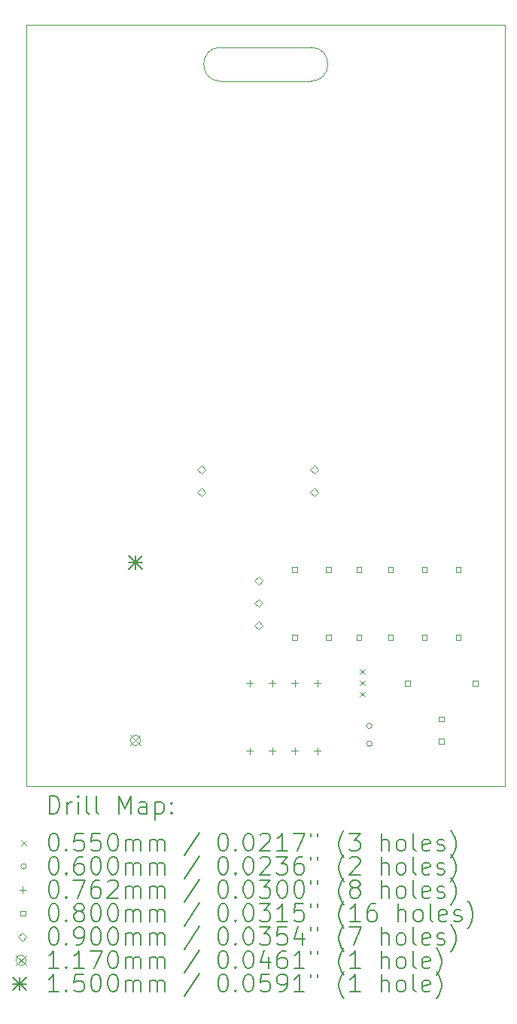
<source format=gbr>
%TF.GenerationSoftware,KiCad,Pcbnew,8.0.3*%
%TF.CreationDate,2024-07-07T15:03:49+03:00*%
%TF.ProjectId,Test,54657374-2e6b-4696-9361-645f70636258,v01*%
%TF.SameCoordinates,Original*%
%TF.FileFunction,Drillmap*%
%TF.FilePolarity,Positive*%
%FSLAX45Y45*%
G04 Gerber Fmt 4.5, Leading zero omitted, Abs format (unit mm)*
G04 Created by KiCad (PCBNEW 8.0.3) date 2024-07-07 15:03:49*
%MOMM*%
%LPD*%
G01*
G04 APERTURE LIST*
%ADD10C,0.025400*%
%ADD11C,0.200000*%
%ADD12C,0.100000*%
%ADD13C,0.117000*%
%ADD14C,0.150000*%
G04 APERTURE END LIST*
D10*
X14884400Y-4775200D02*
G75*
G02*
X14884400Y-4394200I0J190500D01*
G01*
X14884400Y-4394200D02*
X15900400Y-4394200D01*
X18084800Y-12700000D02*
X18084800Y-4140200D01*
X14884400Y-4775200D02*
X15900400Y-4775200D01*
X12700000Y-4140200D02*
X12700000Y-12700000D01*
X15900400Y-4394200D02*
G75*
G02*
X15900400Y-4775200I0J-190500D01*
G01*
X12700000Y-12700000D02*
X18084800Y-12700000D01*
X18084800Y-4140200D02*
X12700000Y-4140200D01*
D11*
D12*
X16452020Y-11388720D02*
X16507020Y-11443720D01*
X16507020Y-11388720D02*
X16452020Y-11443720D01*
X16452020Y-11515720D02*
X16507020Y-11570720D01*
X16507020Y-11515720D02*
X16452020Y-11570720D01*
X16452020Y-11642720D02*
X16507020Y-11697720D01*
X16507020Y-11642720D02*
X16452020Y-11697720D01*
X16588260Y-12024360D02*
G75*
G02*
X16528260Y-12024360I-30000J0D01*
G01*
X16528260Y-12024360D02*
G75*
G02*
X16588260Y-12024360I30000J0D01*
G01*
X16588260Y-12224360D02*
G75*
G02*
X16528260Y-12224360I-30000J0D01*
G01*
X16528260Y-12224360D02*
G75*
G02*
X16588260Y-12224360I30000J0D01*
G01*
X15209520Y-11505120D02*
X15209520Y-11581320D01*
X15171420Y-11543220D02*
X15247620Y-11543220D01*
X15209520Y-12267120D02*
X15209520Y-12343320D01*
X15171420Y-12305220D02*
X15247620Y-12305220D01*
X15463520Y-11505120D02*
X15463520Y-11581320D01*
X15425420Y-11543220D02*
X15501620Y-11543220D01*
X15463520Y-12267120D02*
X15463520Y-12343320D01*
X15425420Y-12305220D02*
X15501620Y-12305220D01*
X15717520Y-11505120D02*
X15717520Y-11581320D01*
X15679420Y-11543220D02*
X15755620Y-11543220D01*
X15717520Y-12267120D02*
X15717520Y-12343320D01*
X15679420Y-12305220D02*
X15755620Y-12305220D01*
X15971520Y-11505120D02*
X15971520Y-11581320D01*
X15933420Y-11543220D02*
X16009620Y-11543220D01*
X15971520Y-12267120D02*
X15971520Y-12343320D01*
X15933420Y-12305220D02*
X16009620Y-12305220D01*
X15745804Y-10297505D02*
X15745804Y-10240936D01*
X15689235Y-10240936D01*
X15689235Y-10297505D01*
X15745804Y-10297505D01*
X15745804Y-11059505D02*
X15745804Y-11002936D01*
X15689235Y-11002936D01*
X15689235Y-11059505D01*
X15745804Y-11059505D01*
X16126804Y-10297505D02*
X16126804Y-10240936D01*
X16070235Y-10240936D01*
X16070235Y-10297505D01*
X16126804Y-10297505D01*
X16126804Y-11059505D02*
X16126804Y-11002936D01*
X16070235Y-11002936D01*
X16070235Y-11059505D01*
X16126804Y-11059505D01*
X16469704Y-10297505D02*
X16469704Y-10240936D01*
X16413135Y-10240936D01*
X16413135Y-10297505D01*
X16469704Y-10297505D01*
X16469704Y-11059505D02*
X16469704Y-11002936D01*
X16413135Y-11002936D01*
X16413135Y-11059505D01*
X16469704Y-11059505D01*
X16825305Y-10297505D02*
X16825305Y-10240936D01*
X16768735Y-10240936D01*
X16768735Y-10297505D01*
X16825305Y-10297505D01*
X16825305Y-11059505D02*
X16825305Y-11002936D01*
X16768735Y-11002936D01*
X16768735Y-11059505D01*
X16825305Y-11059505D01*
X17015805Y-11571504D02*
X17015805Y-11514935D01*
X16959236Y-11514935D01*
X16959236Y-11571504D01*
X17015805Y-11571504D01*
X17206305Y-10297505D02*
X17206305Y-10240936D01*
X17149736Y-10240936D01*
X17149736Y-10297505D01*
X17206305Y-10297505D01*
X17206305Y-11059505D02*
X17206305Y-11002936D01*
X17149736Y-11002936D01*
X17149736Y-11059505D01*
X17206305Y-11059505D01*
X17396805Y-11976444D02*
X17396805Y-11919875D01*
X17340236Y-11919875D01*
X17340236Y-11976444D01*
X17396805Y-11976444D01*
X17396805Y-12226444D02*
X17396805Y-12169875D01*
X17340236Y-12169875D01*
X17340236Y-12226444D01*
X17396805Y-12226444D01*
X17587305Y-10297505D02*
X17587305Y-10240936D01*
X17530736Y-10240936D01*
X17530736Y-10297505D01*
X17587305Y-10297505D01*
X17587305Y-11059505D02*
X17587305Y-11002936D01*
X17530736Y-11002936D01*
X17530736Y-11059505D01*
X17587305Y-11059505D01*
X17777805Y-11571504D02*
X17777805Y-11514935D01*
X17721236Y-11514935D01*
X17721236Y-11571504D01*
X17777805Y-11571504D01*
X14668500Y-9189000D02*
X14713500Y-9144000D01*
X14668500Y-9099000D01*
X14623500Y-9144000D01*
X14668500Y-9189000D01*
X14668500Y-9443000D02*
X14713500Y-9398000D01*
X14668500Y-9353000D01*
X14623500Y-9398000D01*
X14668500Y-9443000D01*
X15311120Y-10439060D02*
X15356120Y-10394060D01*
X15311120Y-10349060D01*
X15266120Y-10394060D01*
X15311120Y-10439060D01*
X15311120Y-10689060D02*
X15356120Y-10644060D01*
X15311120Y-10599060D01*
X15266120Y-10644060D01*
X15311120Y-10689060D01*
X15311120Y-10939060D02*
X15356120Y-10894060D01*
X15311120Y-10849060D01*
X15266120Y-10894060D01*
X15311120Y-10939060D01*
X15938500Y-9189000D02*
X15983500Y-9144000D01*
X15938500Y-9099000D01*
X15893500Y-9144000D01*
X15938500Y-9189000D01*
X15938500Y-9443000D02*
X15983500Y-9398000D01*
X15938500Y-9353000D01*
X15893500Y-9398000D01*
X15938500Y-9443000D01*
D13*
X13868320Y-12129690D02*
X13985320Y-12246690D01*
X13985320Y-12129690D02*
X13868320Y-12246690D01*
X13985320Y-12188190D02*
G75*
G02*
X13868320Y-12188190I-58500J0D01*
G01*
X13868320Y-12188190D02*
G75*
G02*
X13985320Y-12188190I58500J0D01*
G01*
D14*
X13851820Y-10113190D02*
X14001820Y-10263190D01*
X14001820Y-10113190D02*
X13851820Y-10263190D01*
X13926820Y-10113190D02*
X13926820Y-10263190D01*
X13851820Y-10188190D02*
X14001820Y-10188190D01*
D11*
X12959507Y-13012754D02*
X12959507Y-12812754D01*
X12959507Y-12812754D02*
X13007126Y-12812754D01*
X13007126Y-12812754D02*
X13035697Y-12822278D01*
X13035697Y-12822278D02*
X13054745Y-12841325D01*
X13054745Y-12841325D02*
X13064269Y-12860373D01*
X13064269Y-12860373D02*
X13073792Y-12898468D01*
X13073792Y-12898468D02*
X13073792Y-12927039D01*
X13073792Y-12927039D02*
X13064269Y-12965135D01*
X13064269Y-12965135D02*
X13054745Y-12984182D01*
X13054745Y-12984182D02*
X13035697Y-13003230D01*
X13035697Y-13003230D02*
X13007126Y-13012754D01*
X13007126Y-13012754D02*
X12959507Y-13012754D01*
X13159507Y-13012754D02*
X13159507Y-12879420D01*
X13159507Y-12917516D02*
X13169031Y-12898468D01*
X13169031Y-12898468D02*
X13178554Y-12888944D01*
X13178554Y-12888944D02*
X13197602Y-12879420D01*
X13197602Y-12879420D02*
X13216650Y-12879420D01*
X13283316Y-13012754D02*
X13283316Y-12879420D01*
X13283316Y-12812754D02*
X13273792Y-12822278D01*
X13273792Y-12822278D02*
X13283316Y-12831801D01*
X13283316Y-12831801D02*
X13292840Y-12822278D01*
X13292840Y-12822278D02*
X13283316Y-12812754D01*
X13283316Y-12812754D02*
X13283316Y-12831801D01*
X13407126Y-13012754D02*
X13388078Y-13003230D01*
X13388078Y-13003230D02*
X13378554Y-12984182D01*
X13378554Y-12984182D02*
X13378554Y-12812754D01*
X13511888Y-13012754D02*
X13492840Y-13003230D01*
X13492840Y-13003230D02*
X13483316Y-12984182D01*
X13483316Y-12984182D02*
X13483316Y-12812754D01*
X13740459Y-13012754D02*
X13740459Y-12812754D01*
X13740459Y-12812754D02*
X13807126Y-12955611D01*
X13807126Y-12955611D02*
X13873792Y-12812754D01*
X13873792Y-12812754D02*
X13873792Y-13012754D01*
X14054745Y-13012754D02*
X14054745Y-12907992D01*
X14054745Y-12907992D02*
X14045221Y-12888944D01*
X14045221Y-12888944D02*
X14026173Y-12879420D01*
X14026173Y-12879420D02*
X13988078Y-12879420D01*
X13988078Y-12879420D02*
X13969031Y-12888944D01*
X14054745Y-13003230D02*
X14035697Y-13012754D01*
X14035697Y-13012754D02*
X13988078Y-13012754D01*
X13988078Y-13012754D02*
X13969031Y-13003230D01*
X13969031Y-13003230D02*
X13959507Y-12984182D01*
X13959507Y-12984182D02*
X13959507Y-12965135D01*
X13959507Y-12965135D02*
X13969031Y-12946087D01*
X13969031Y-12946087D02*
X13988078Y-12936563D01*
X13988078Y-12936563D02*
X14035697Y-12936563D01*
X14035697Y-12936563D02*
X14054745Y-12927039D01*
X14149983Y-12879420D02*
X14149983Y-13079420D01*
X14149983Y-12888944D02*
X14169031Y-12879420D01*
X14169031Y-12879420D02*
X14207126Y-12879420D01*
X14207126Y-12879420D02*
X14226173Y-12888944D01*
X14226173Y-12888944D02*
X14235697Y-12898468D01*
X14235697Y-12898468D02*
X14245221Y-12917516D01*
X14245221Y-12917516D02*
X14245221Y-12974658D01*
X14245221Y-12974658D02*
X14235697Y-12993706D01*
X14235697Y-12993706D02*
X14226173Y-13003230D01*
X14226173Y-13003230D02*
X14207126Y-13012754D01*
X14207126Y-13012754D02*
X14169031Y-13012754D01*
X14169031Y-13012754D02*
X14149983Y-13003230D01*
X14330935Y-12993706D02*
X14340459Y-13003230D01*
X14340459Y-13003230D02*
X14330935Y-13012754D01*
X14330935Y-13012754D02*
X14321412Y-13003230D01*
X14321412Y-13003230D02*
X14330935Y-12993706D01*
X14330935Y-12993706D02*
X14330935Y-13012754D01*
X14330935Y-12888944D02*
X14340459Y-12898468D01*
X14340459Y-12898468D02*
X14330935Y-12907992D01*
X14330935Y-12907992D02*
X14321412Y-12898468D01*
X14321412Y-12898468D02*
X14330935Y-12888944D01*
X14330935Y-12888944D02*
X14330935Y-12907992D01*
D12*
X12643730Y-13313770D02*
X12698730Y-13368770D01*
X12698730Y-13313770D02*
X12643730Y-13368770D01*
D11*
X12997602Y-13232754D02*
X13016650Y-13232754D01*
X13016650Y-13232754D02*
X13035697Y-13242278D01*
X13035697Y-13242278D02*
X13045221Y-13251801D01*
X13045221Y-13251801D02*
X13054745Y-13270849D01*
X13054745Y-13270849D02*
X13064269Y-13308944D01*
X13064269Y-13308944D02*
X13064269Y-13356563D01*
X13064269Y-13356563D02*
X13054745Y-13394658D01*
X13054745Y-13394658D02*
X13045221Y-13413706D01*
X13045221Y-13413706D02*
X13035697Y-13423230D01*
X13035697Y-13423230D02*
X13016650Y-13432754D01*
X13016650Y-13432754D02*
X12997602Y-13432754D01*
X12997602Y-13432754D02*
X12978554Y-13423230D01*
X12978554Y-13423230D02*
X12969031Y-13413706D01*
X12969031Y-13413706D02*
X12959507Y-13394658D01*
X12959507Y-13394658D02*
X12949983Y-13356563D01*
X12949983Y-13356563D02*
X12949983Y-13308944D01*
X12949983Y-13308944D02*
X12959507Y-13270849D01*
X12959507Y-13270849D02*
X12969031Y-13251801D01*
X12969031Y-13251801D02*
X12978554Y-13242278D01*
X12978554Y-13242278D02*
X12997602Y-13232754D01*
X13149983Y-13413706D02*
X13159507Y-13423230D01*
X13159507Y-13423230D02*
X13149983Y-13432754D01*
X13149983Y-13432754D02*
X13140459Y-13423230D01*
X13140459Y-13423230D02*
X13149983Y-13413706D01*
X13149983Y-13413706D02*
X13149983Y-13432754D01*
X13340459Y-13232754D02*
X13245221Y-13232754D01*
X13245221Y-13232754D02*
X13235697Y-13327992D01*
X13235697Y-13327992D02*
X13245221Y-13318468D01*
X13245221Y-13318468D02*
X13264269Y-13308944D01*
X13264269Y-13308944D02*
X13311888Y-13308944D01*
X13311888Y-13308944D02*
X13330935Y-13318468D01*
X13330935Y-13318468D02*
X13340459Y-13327992D01*
X13340459Y-13327992D02*
X13349983Y-13347039D01*
X13349983Y-13347039D02*
X13349983Y-13394658D01*
X13349983Y-13394658D02*
X13340459Y-13413706D01*
X13340459Y-13413706D02*
X13330935Y-13423230D01*
X13330935Y-13423230D02*
X13311888Y-13432754D01*
X13311888Y-13432754D02*
X13264269Y-13432754D01*
X13264269Y-13432754D02*
X13245221Y-13423230D01*
X13245221Y-13423230D02*
X13235697Y-13413706D01*
X13530935Y-13232754D02*
X13435697Y-13232754D01*
X13435697Y-13232754D02*
X13426173Y-13327992D01*
X13426173Y-13327992D02*
X13435697Y-13318468D01*
X13435697Y-13318468D02*
X13454745Y-13308944D01*
X13454745Y-13308944D02*
X13502364Y-13308944D01*
X13502364Y-13308944D02*
X13521412Y-13318468D01*
X13521412Y-13318468D02*
X13530935Y-13327992D01*
X13530935Y-13327992D02*
X13540459Y-13347039D01*
X13540459Y-13347039D02*
X13540459Y-13394658D01*
X13540459Y-13394658D02*
X13530935Y-13413706D01*
X13530935Y-13413706D02*
X13521412Y-13423230D01*
X13521412Y-13423230D02*
X13502364Y-13432754D01*
X13502364Y-13432754D02*
X13454745Y-13432754D01*
X13454745Y-13432754D02*
X13435697Y-13423230D01*
X13435697Y-13423230D02*
X13426173Y-13413706D01*
X13664269Y-13232754D02*
X13683316Y-13232754D01*
X13683316Y-13232754D02*
X13702364Y-13242278D01*
X13702364Y-13242278D02*
X13711888Y-13251801D01*
X13711888Y-13251801D02*
X13721412Y-13270849D01*
X13721412Y-13270849D02*
X13730935Y-13308944D01*
X13730935Y-13308944D02*
X13730935Y-13356563D01*
X13730935Y-13356563D02*
X13721412Y-13394658D01*
X13721412Y-13394658D02*
X13711888Y-13413706D01*
X13711888Y-13413706D02*
X13702364Y-13423230D01*
X13702364Y-13423230D02*
X13683316Y-13432754D01*
X13683316Y-13432754D02*
X13664269Y-13432754D01*
X13664269Y-13432754D02*
X13645221Y-13423230D01*
X13645221Y-13423230D02*
X13635697Y-13413706D01*
X13635697Y-13413706D02*
X13626173Y-13394658D01*
X13626173Y-13394658D02*
X13616650Y-13356563D01*
X13616650Y-13356563D02*
X13616650Y-13308944D01*
X13616650Y-13308944D02*
X13626173Y-13270849D01*
X13626173Y-13270849D02*
X13635697Y-13251801D01*
X13635697Y-13251801D02*
X13645221Y-13242278D01*
X13645221Y-13242278D02*
X13664269Y-13232754D01*
X13816650Y-13432754D02*
X13816650Y-13299420D01*
X13816650Y-13318468D02*
X13826173Y-13308944D01*
X13826173Y-13308944D02*
X13845221Y-13299420D01*
X13845221Y-13299420D02*
X13873793Y-13299420D01*
X13873793Y-13299420D02*
X13892840Y-13308944D01*
X13892840Y-13308944D02*
X13902364Y-13327992D01*
X13902364Y-13327992D02*
X13902364Y-13432754D01*
X13902364Y-13327992D02*
X13911888Y-13308944D01*
X13911888Y-13308944D02*
X13930935Y-13299420D01*
X13930935Y-13299420D02*
X13959507Y-13299420D01*
X13959507Y-13299420D02*
X13978554Y-13308944D01*
X13978554Y-13308944D02*
X13988078Y-13327992D01*
X13988078Y-13327992D02*
X13988078Y-13432754D01*
X14083316Y-13432754D02*
X14083316Y-13299420D01*
X14083316Y-13318468D02*
X14092840Y-13308944D01*
X14092840Y-13308944D02*
X14111888Y-13299420D01*
X14111888Y-13299420D02*
X14140459Y-13299420D01*
X14140459Y-13299420D02*
X14159507Y-13308944D01*
X14159507Y-13308944D02*
X14169031Y-13327992D01*
X14169031Y-13327992D02*
X14169031Y-13432754D01*
X14169031Y-13327992D02*
X14178554Y-13308944D01*
X14178554Y-13308944D02*
X14197602Y-13299420D01*
X14197602Y-13299420D02*
X14226173Y-13299420D01*
X14226173Y-13299420D02*
X14245221Y-13308944D01*
X14245221Y-13308944D02*
X14254745Y-13327992D01*
X14254745Y-13327992D02*
X14254745Y-13432754D01*
X14645221Y-13223230D02*
X14473793Y-13480373D01*
X14902364Y-13232754D02*
X14921412Y-13232754D01*
X14921412Y-13232754D02*
X14940459Y-13242278D01*
X14940459Y-13242278D02*
X14949983Y-13251801D01*
X14949983Y-13251801D02*
X14959507Y-13270849D01*
X14959507Y-13270849D02*
X14969031Y-13308944D01*
X14969031Y-13308944D02*
X14969031Y-13356563D01*
X14969031Y-13356563D02*
X14959507Y-13394658D01*
X14959507Y-13394658D02*
X14949983Y-13413706D01*
X14949983Y-13413706D02*
X14940459Y-13423230D01*
X14940459Y-13423230D02*
X14921412Y-13432754D01*
X14921412Y-13432754D02*
X14902364Y-13432754D01*
X14902364Y-13432754D02*
X14883316Y-13423230D01*
X14883316Y-13423230D02*
X14873793Y-13413706D01*
X14873793Y-13413706D02*
X14864269Y-13394658D01*
X14864269Y-13394658D02*
X14854745Y-13356563D01*
X14854745Y-13356563D02*
X14854745Y-13308944D01*
X14854745Y-13308944D02*
X14864269Y-13270849D01*
X14864269Y-13270849D02*
X14873793Y-13251801D01*
X14873793Y-13251801D02*
X14883316Y-13242278D01*
X14883316Y-13242278D02*
X14902364Y-13232754D01*
X15054745Y-13413706D02*
X15064269Y-13423230D01*
X15064269Y-13423230D02*
X15054745Y-13432754D01*
X15054745Y-13432754D02*
X15045221Y-13423230D01*
X15045221Y-13423230D02*
X15054745Y-13413706D01*
X15054745Y-13413706D02*
X15054745Y-13432754D01*
X15188078Y-13232754D02*
X15207126Y-13232754D01*
X15207126Y-13232754D02*
X15226174Y-13242278D01*
X15226174Y-13242278D02*
X15235697Y-13251801D01*
X15235697Y-13251801D02*
X15245221Y-13270849D01*
X15245221Y-13270849D02*
X15254745Y-13308944D01*
X15254745Y-13308944D02*
X15254745Y-13356563D01*
X15254745Y-13356563D02*
X15245221Y-13394658D01*
X15245221Y-13394658D02*
X15235697Y-13413706D01*
X15235697Y-13413706D02*
X15226174Y-13423230D01*
X15226174Y-13423230D02*
X15207126Y-13432754D01*
X15207126Y-13432754D02*
X15188078Y-13432754D01*
X15188078Y-13432754D02*
X15169031Y-13423230D01*
X15169031Y-13423230D02*
X15159507Y-13413706D01*
X15159507Y-13413706D02*
X15149983Y-13394658D01*
X15149983Y-13394658D02*
X15140459Y-13356563D01*
X15140459Y-13356563D02*
X15140459Y-13308944D01*
X15140459Y-13308944D02*
X15149983Y-13270849D01*
X15149983Y-13270849D02*
X15159507Y-13251801D01*
X15159507Y-13251801D02*
X15169031Y-13242278D01*
X15169031Y-13242278D02*
X15188078Y-13232754D01*
X15330936Y-13251801D02*
X15340459Y-13242278D01*
X15340459Y-13242278D02*
X15359507Y-13232754D01*
X15359507Y-13232754D02*
X15407126Y-13232754D01*
X15407126Y-13232754D02*
X15426174Y-13242278D01*
X15426174Y-13242278D02*
X15435697Y-13251801D01*
X15435697Y-13251801D02*
X15445221Y-13270849D01*
X15445221Y-13270849D02*
X15445221Y-13289897D01*
X15445221Y-13289897D02*
X15435697Y-13318468D01*
X15435697Y-13318468D02*
X15321412Y-13432754D01*
X15321412Y-13432754D02*
X15445221Y-13432754D01*
X15635697Y-13432754D02*
X15521412Y-13432754D01*
X15578555Y-13432754D02*
X15578555Y-13232754D01*
X15578555Y-13232754D02*
X15559507Y-13261325D01*
X15559507Y-13261325D02*
X15540459Y-13280373D01*
X15540459Y-13280373D02*
X15521412Y-13289897D01*
X15702364Y-13232754D02*
X15835697Y-13232754D01*
X15835697Y-13232754D02*
X15749983Y-13432754D01*
X15902364Y-13232754D02*
X15902364Y-13270849D01*
X15978555Y-13232754D02*
X15978555Y-13270849D01*
X16273793Y-13508944D02*
X16264269Y-13499420D01*
X16264269Y-13499420D02*
X16245221Y-13470849D01*
X16245221Y-13470849D02*
X16235698Y-13451801D01*
X16235698Y-13451801D02*
X16226174Y-13423230D01*
X16226174Y-13423230D02*
X16216650Y-13375611D01*
X16216650Y-13375611D02*
X16216650Y-13337516D01*
X16216650Y-13337516D02*
X16226174Y-13289897D01*
X16226174Y-13289897D02*
X16235698Y-13261325D01*
X16235698Y-13261325D02*
X16245221Y-13242278D01*
X16245221Y-13242278D02*
X16264269Y-13213706D01*
X16264269Y-13213706D02*
X16273793Y-13204182D01*
X16330936Y-13232754D02*
X16454745Y-13232754D01*
X16454745Y-13232754D02*
X16388078Y-13308944D01*
X16388078Y-13308944D02*
X16416650Y-13308944D01*
X16416650Y-13308944D02*
X16435698Y-13318468D01*
X16435698Y-13318468D02*
X16445221Y-13327992D01*
X16445221Y-13327992D02*
X16454745Y-13347039D01*
X16454745Y-13347039D02*
X16454745Y-13394658D01*
X16454745Y-13394658D02*
X16445221Y-13413706D01*
X16445221Y-13413706D02*
X16435698Y-13423230D01*
X16435698Y-13423230D02*
X16416650Y-13432754D01*
X16416650Y-13432754D02*
X16359507Y-13432754D01*
X16359507Y-13432754D02*
X16340459Y-13423230D01*
X16340459Y-13423230D02*
X16330936Y-13413706D01*
X16692840Y-13432754D02*
X16692840Y-13232754D01*
X16778555Y-13432754D02*
X16778555Y-13327992D01*
X16778555Y-13327992D02*
X16769031Y-13308944D01*
X16769031Y-13308944D02*
X16749983Y-13299420D01*
X16749983Y-13299420D02*
X16721412Y-13299420D01*
X16721412Y-13299420D02*
X16702364Y-13308944D01*
X16702364Y-13308944D02*
X16692840Y-13318468D01*
X16902364Y-13432754D02*
X16883317Y-13423230D01*
X16883317Y-13423230D02*
X16873793Y-13413706D01*
X16873793Y-13413706D02*
X16864269Y-13394658D01*
X16864269Y-13394658D02*
X16864269Y-13337516D01*
X16864269Y-13337516D02*
X16873793Y-13318468D01*
X16873793Y-13318468D02*
X16883317Y-13308944D01*
X16883317Y-13308944D02*
X16902364Y-13299420D01*
X16902364Y-13299420D02*
X16930936Y-13299420D01*
X16930936Y-13299420D02*
X16949983Y-13308944D01*
X16949983Y-13308944D02*
X16959507Y-13318468D01*
X16959507Y-13318468D02*
X16969031Y-13337516D01*
X16969031Y-13337516D02*
X16969031Y-13394658D01*
X16969031Y-13394658D02*
X16959507Y-13413706D01*
X16959507Y-13413706D02*
X16949983Y-13423230D01*
X16949983Y-13423230D02*
X16930936Y-13432754D01*
X16930936Y-13432754D02*
X16902364Y-13432754D01*
X17083317Y-13432754D02*
X17064269Y-13423230D01*
X17064269Y-13423230D02*
X17054745Y-13404182D01*
X17054745Y-13404182D02*
X17054745Y-13232754D01*
X17235698Y-13423230D02*
X17216650Y-13432754D01*
X17216650Y-13432754D02*
X17178555Y-13432754D01*
X17178555Y-13432754D02*
X17159507Y-13423230D01*
X17159507Y-13423230D02*
X17149983Y-13404182D01*
X17149983Y-13404182D02*
X17149983Y-13327992D01*
X17149983Y-13327992D02*
X17159507Y-13308944D01*
X17159507Y-13308944D02*
X17178555Y-13299420D01*
X17178555Y-13299420D02*
X17216650Y-13299420D01*
X17216650Y-13299420D02*
X17235698Y-13308944D01*
X17235698Y-13308944D02*
X17245222Y-13327992D01*
X17245222Y-13327992D02*
X17245222Y-13347039D01*
X17245222Y-13347039D02*
X17149983Y-13366087D01*
X17321412Y-13423230D02*
X17340460Y-13432754D01*
X17340460Y-13432754D02*
X17378555Y-13432754D01*
X17378555Y-13432754D02*
X17397603Y-13423230D01*
X17397603Y-13423230D02*
X17407126Y-13404182D01*
X17407126Y-13404182D02*
X17407126Y-13394658D01*
X17407126Y-13394658D02*
X17397603Y-13375611D01*
X17397603Y-13375611D02*
X17378555Y-13366087D01*
X17378555Y-13366087D02*
X17349983Y-13366087D01*
X17349983Y-13366087D02*
X17330936Y-13356563D01*
X17330936Y-13356563D02*
X17321412Y-13337516D01*
X17321412Y-13337516D02*
X17321412Y-13327992D01*
X17321412Y-13327992D02*
X17330936Y-13308944D01*
X17330936Y-13308944D02*
X17349983Y-13299420D01*
X17349983Y-13299420D02*
X17378555Y-13299420D01*
X17378555Y-13299420D02*
X17397603Y-13308944D01*
X17473793Y-13508944D02*
X17483317Y-13499420D01*
X17483317Y-13499420D02*
X17502364Y-13470849D01*
X17502364Y-13470849D02*
X17511888Y-13451801D01*
X17511888Y-13451801D02*
X17521412Y-13423230D01*
X17521412Y-13423230D02*
X17530936Y-13375611D01*
X17530936Y-13375611D02*
X17530936Y-13337516D01*
X17530936Y-13337516D02*
X17521412Y-13289897D01*
X17521412Y-13289897D02*
X17511888Y-13261325D01*
X17511888Y-13261325D02*
X17502364Y-13242278D01*
X17502364Y-13242278D02*
X17483317Y-13213706D01*
X17483317Y-13213706D02*
X17473793Y-13204182D01*
D12*
X12698730Y-13605270D02*
G75*
G02*
X12638730Y-13605270I-30000J0D01*
G01*
X12638730Y-13605270D02*
G75*
G02*
X12698730Y-13605270I30000J0D01*
G01*
D11*
X12997602Y-13496754D02*
X13016650Y-13496754D01*
X13016650Y-13496754D02*
X13035697Y-13506278D01*
X13035697Y-13506278D02*
X13045221Y-13515801D01*
X13045221Y-13515801D02*
X13054745Y-13534849D01*
X13054745Y-13534849D02*
X13064269Y-13572944D01*
X13064269Y-13572944D02*
X13064269Y-13620563D01*
X13064269Y-13620563D02*
X13054745Y-13658658D01*
X13054745Y-13658658D02*
X13045221Y-13677706D01*
X13045221Y-13677706D02*
X13035697Y-13687230D01*
X13035697Y-13687230D02*
X13016650Y-13696754D01*
X13016650Y-13696754D02*
X12997602Y-13696754D01*
X12997602Y-13696754D02*
X12978554Y-13687230D01*
X12978554Y-13687230D02*
X12969031Y-13677706D01*
X12969031Y-13677706D02*
X12959507Y-13658658D01*
X12959507Y-13658658D02*
X12949983Y-13620563D01*
X12949983Y-13620563D02*
X12949983Y-13572944D01*
X12949983Y-13572944D02*
X12959507Y-13534849D01*
X12959507Y-13534849D02*
X12969031Y-13515801D01*
X12969031Y-13515801D02*
X12978554Y-13506278D01*
X12978554Y-13506278D02*
X12997602Y-13496754D01*
X13149983Y-13677706D02*
X13159507Y-13687230D01*
X13159507Y-13687230D02*
X13149983Y-13696754D01*
X13149983Y-13696754D02*
X13140459Y-13687230D01*
X13140459Y-13687230D02*
X13149983Y-13677706D01*
X13149983Y-13677706D02*
X13149983Y-13696754D01*
X13330935Y-13496754D02*
X13292840Y-13496754D01*
X13292840Y-13496754D02*
X13273792Y-13506278D01*
X13273792Y-13506278D02*
X13264269Y-13515801D01*
X13264269Y-13515801D02*
X13245221Y-13544373D01*
X13245221Y-13544373D02*
X13235697Y-13582468D01*
X13235697Y-13582468D02*
X13235697Y-13658658D01*
X13235697Y-13658658D02*
X13245221Y-13677706D01*
X13245221Y-13677706D02*
X13254745Y-13687230D01*
X13254745Y-13687230D02*
X13273792Y-13696754D01*
X13273792Y-13696754D02*
X13311888Y-13696754D01*
X13311888Y-13696754D02*
X13330935Y-13687230D01*
X13330935Y-13687230D02*
X13340459Y-13677706D01*
X13340459Y-13677706D02*
X13349983Y-13658658D01*
X13349983Y-13658658D02*
X13349983Y-13611039D01*
X13349983Y-13611039D02*
X13340459Y-13591992D01*
X13340459Y-13591992D02*
X13330935Y-13582468D01*
X13330935Y-13582468D02*
X13311888Y-13572944D01*
X13311888Y-13572944D02*
X13273792Y-13572944D01*
X13273792Y-13572944D02*
X13254745Y-13582468D01*
X13254745Y-13582468D02*
X13245221Y-13591992D01*
X13245221Y-13591992D02*
X13235697Y-13611039D01*
X13473792Y-13496754D02*
X13492840Y-13496754D01*
X13492840Y-13496754D02*
X13511888Y-13506278D01*
X13511888Y-13506278D02*
X13521412Y-13515801D01*
X13521412Y-13515801D02*
X13530935Y-13534849D01*
X13530935Y-13534849D02*
X13540459Y-13572944D01*
X13540459Y-13572944D02*
X13540459Y-13620563D01*
X13540459Y-13620563D02*
X13530935Y-13658658D01*
X13530935Y-13658658D02*
X13521412Y-13677706D01*
X13521412Y-13677706D02*
X13511888Y-13687230D01*
X13511888Y-13687230D02*
X13492840Y-13696754D01*
X13492840Y-13696754D02*
X13473792Y-13696754D01*
X13473792Y-13696754D02*
X13454745Y-13687230D01*
X13454745Y-13687230D02*
X13445221Y-13677706D01*
X13445221Y-13677706D02*
X13435697Y-13658658D01*
X13435697Y-13658658D02*
X13426173Y-13620563D01*
X13426173Y-13620563D02*
X13426173Y-13572944D01*
X13426173Y-13572944D02*
X13435697Y-13534849D01*
X13435697Y-13534849D02*
X13445221Y-13515801D01*
X13445221Y-13515801D02*
X13454745Y-13506278D01*
X13454745Y-13506278D02*
X13473792Y-13496754D01*
X13664269Y-13496754D02*
X13683316Y-13496754D01*
X13683316Y-13496754D02*
X13702364Y-13506278D01*
X13702364Y-13506278D02*
X13711888Y-13515801D01*
X13711888Y-13515801D02*
X13721412Y-13534849D01*
X13721412Y-13534849D02*
X13730935Y-13572944D01*
X13730935Y-13572944D02*
X13730935Y-13620563D01*
X13730935Y-13620563D02*
X13721412Y-13658658D01*
X13721412Y-13658658D02*
X13711888Y-13677706D01*
X13711888Y-13677706D02*
X13702364Y-13687230D01*
X13702364Y-13687230D02*
X13683316Y-13696754D01*
X13683316Y-13696754D02*
X13664269Y-13696754D01*
X13664269Y-13696754D02*
X13645221Y-13687230D01*
X13645221Y-13687230D02*
X13635697Y-13677706D01*
X13635697Y-13677706D02*
X13626173Y-13658658D01*
X13626173Y-13658658D02*
X13616650Y-13620563D01*
X13616650Y-13620563D02*
X13616650Y-13572944D01*
X13616650Y-13572944D02*
X13626173Y-13534849D01*
X13626173Y-13534849D02*
X13635697Y-13515801D01*
X13635697Y-13515801D02*
X13645221Y-13506278D01*
X13645221Y-13506278D02*
X13664269Y-13496754D01*
X13816650Y-13696754D02*
X13816650Y-13563420D01*
X13816650Y-13582468D02*
X13826173Y-13572944D01*
X13826173Y-13572944D02*
X13845221Y-13563420D01*
X13845221Y-13563420D02*
X13873793Y-13563420D01*
X13873793Y-13563420D02*
X13892840Y-13572944D01*
X13892840Y-13572944D02*
X13902364Y-13591992D01*
X13902364Y-13591992D02*
X13902364Y-13696754D01*
X13902364Y-13591992D02*
X13911888Y-13572944D01*
X13911888Y-13572944D02*
X13930935Y-13563420D01*
X13930935Y-13563420D02*
X13959507Y-13563420D01*
X13959507Y-13563420D02*
X13978554Y-13572944D01*
X13978554Y-13572944D02*
X13988078Y-13591992D01*
X13988078Y-13591992D02*
X13988078Y-13696754D01*
X14083316Y-13696754D02*
X14083316Y-13563420D01*
X14083316Y-13582468D02*
X14092840Y-13572944D01*
X14092840Y-13572944D02*
X14111888Y-13563420D01*
X14111888Y-13563420D02*
X14140459Y-13563420D01*
X14140459Y-13563420D02*
X14159507Y-13572944D01*
X14159507Y-13572944D02*
X14169031Y-13591992D01*
X14169031Y-13591992D02*
X14169031Y-13696754D01*
X14169031Y-13591992D02*
X14178554Y-13572944D01*
X14178554Y-13572944D02*
X14197602Y-13563420D01*
X14197602Y-13563420D02*
X14226173Y-13563420D01*
X14226173Y-13563420D02*
X14245221Y-13572944D01*
X14245221Y-13572944D02*
X14254745Y-13591992D01*
X14254745Y-13591992D02*
X14254745Y-13696754D01*
X14645221Y-13487230D02*
X14473793Y-13744373D01*
X14902364Y-13496754D02*
X14921412Y-13496754D01*
X14921412Y-13496754D02*
X14940459Y-13506278D01*
X14940459Y-13506278D02*
X14949983Y-13515801D01*
X14949983Y-13515801D02*
X14959507Y-13534849D01*
X14959507Y-13534849D02*
X14969031Y-13572944D01*
X14969031Y-13572944D02*
X14969031Y-13620563D01*
X14969031Y-13620563D02*
X14959507Y-13658658D01*
X14959507Y-13658658D02*
X14949983Y-13677706D01*
X14949983Y-13677706D02*
X14940459Y-13687230D01*
X14940459Y-13687230D02*
X14921412Y-13696754D01*
X14921412Y-13696754D02*
X14902364Y-13696754D01*
X14902364Y-13696754D02*
X14883316Y-13687230D01*
X14883316Y-13687230D02*
X14873793Y-13677706D01*
X14873793Y-13677706D02*
X14864269Y-13658658D01*
X14864269Y-13658658D02*
X14854745Y-13620563D01*
X14854745Y-13620563D02*
X14854745Y-13572944D01*
X14854745Y-13572944D02*
X14864269Y-13534849D01*
X14864269Y-13534849D02*
X14873793Y-13515801D01*
X14873793Y-13515801D02*
X14883316Y-13506278D01*
X14883316Y-13506278D02*
X14902364Y-13496754D01*
X15054745Y-13677706D02*
X15064269Y-13687230D01*
X15064269Y-13687230D02*
X15054745Y-13696754D01*
X15054745Y-13696754D02*
X15045221Y-13687230D01*
X15045221Y-13687230D02*
X15054745Y-13677706D01*
X15054745Y-13677706D02*
X15054745Y-13696754D01*
X15188078Y-13496754D02*
X15207126Y-13496754D01*
X15207126Y-13496754D02*
X15226174Y-13506278D01*
X15226174Y-13506278D02*
X15235697Y-13515801D01*
X15235697Y-13515801D02*
X15245221Y-13534849D01*
X15245221Y-13534849D02*
X15254745Y-13572944D01*
X15254745Y-13572944D02*
X15254745Y-13620563D01*
X15254745Y-13620563D02*
X15245221Y-13658658D01*
X15245221Y-13658658D02*
X15235697Y-13677706D01*
X15235697Y-13677706D02*
X15226174Y-13687230D01*
X15226174Y-13687230D02*
X15207126Y-13696754D01*
X15207126Y-13696754D02*
X15188078Y-13696754D01*
X15188078Y-13696754D02*
X15169031Y-13687230D01*
X15169031Y-13687230D02*
X15159507Y-13677706D01*
X15159507Y-13677706D02*
X15149983Y-13658658D01*
X15149983Y-13658658D02*
X15140459Y-13620563D01*
X15140459Y-13620563D02*
X15140459Y-13572944D01*
X15140459Y-13572944D02*
X15149983Y-13534849D01*
X15149983Y-13534849D02*
X15159507Y-13515801D01*
X15159507Y-13515801D02*
X15169031Y-13506278D01*
X15169031Y-13506278D02*
X15188078Y-13496754D01*
X15330936Y-13515801D02*
X15340459Y-13506278D01*
X15340459Y-13506278D02*
X15359507Y-13496754D01*
X15359507Y-13496754D02*
X15407126Y-13496754D01*
X15407126Y-13496754D02*
X15426174Y-13506278D01*
X15426174Y-13506278D02*
X15435697Y-13515801D01*
X15435697Y-13515801D02*
X15445221Y-13534849D01*
X15445221Y-13534849D02*
X15445221Y-13553897D01*
X15445221Y-13553897D02*
X15435697Y-13582468D01*
X15435697Y-13582468D02*
X15321412Y-13696754D01*
X15321412Y-13696754D02*
X15445221Y-13696754D01*
X15511888Y-13496754D02*
X15635697Y-13496754D01*
X15635697Y-13496754D02*
X15569031Y-13572944D01*
X15569031Y-13572944D02*
X15597602Y-13572944D01*
X15597602Y-13572944D02*
X15616650Y-13582468D01*
X15616650Y-13582468D02*
X15626174Y-13591992D01*
X15626174Y-13591992D02*
X15635697Y-13611039D01*
X15635697Y-13611039D02*
X15635697Y-13658658D01*
X15635697Y-13658658D02*
X15626174Y-13677706D01*
X15626174Y-13677706D02*
X15616650Y-13687230D01*
X15616650Y-13687230D02*
X15597602Y-13696754D01*
X15597602Y-13696754D02*
X15540459Y-13696754D01*
X15540459Y-13696754D02*
X15521412Y-13687230D01*
X15521412Y-13687230D02*
X15511888Y-13677706D01*
X15807126Y-13496754D02*
X15769031Y-13496754D01*
X15769031Y-13496754D02*
X15749983Y-13506278D01*
X15749983Y-13506278D02*
X15740459Y-13515801D01*
X15740459Y-13515801D02*
X15721412Y-13544373D01*
X15721412Y-13544373D02*
X15711888Y-13582468D01*
X15711888Y-13582468D02*
X15711888Y-13658658D01*
X15711888Y-13658658D02*
X15721412Y-13677706D01*
X15721412Y-13677706D02*
X15730936Y-13687230D01*
X15730936Y-13687230D02*
X15749983Y-13696754D01*
X15749983Y-13696754D02*
X15788078Y-13696754D01*
X15788078Y-13696754D02*
X15807126Y-13687230D01*
X15807126Y-13687230D02*
X15816650Y-13677706D01*
X15816650Y-13677706D02*
X15826174Y-13658658D01*
X15826174Y-13658658D02*
X15826174Y-13611039D01*
X15826174Y-13611039D02*
X15816650Y-13591992D01*
X15816650Y-13591992D02*
X15807126Y-13582468D01*
X15807126Y-13582468D02*
X15788078Y-13572944D01*
X15788078Y-13572944D02*
X15749983Y-13572944D01*
X15749983Y-13572944D02*
X15730936Y-13582468D01*
X15730936Y-13582468D02*
X15721412Y-13591992D01*
X15721412Y-13591992D02*
X15711888Y-13611039D01*
X15902364Y-13496754D02*
X15902364Y-13534849D01*
X15978555Y-13496754D02*
X15978555Y-13534849D01*
X16273793Y-13772944D02*
X16264269Y-13763420D01*
X16264269Y-13763420D02*
X16245221Y-13734849D01*
X16245221Y-13734849D02*
X16235698Y-13715801D01*
X16235698Y-13715801D02*
X16226174Y-13687230D01*
X16226174Y-13687230D02*
X16216650Y-13639611D01*
X16216650Y-13639611D02*
X16216650Y-13601516D01*
X16216650Y-13601516D02*
X16226174Y-13553897D01*
X16226174Y-13553897D02*
X16235698Y-13525325D01*
X16235698Y-13525325D02*
X16245221Y-13506278D01*
X16245221Y-13506278D02*
X16264269Y-13477706D01*
X16264269Y-13477706D02*
X16273793Y-13468182D01*
X16340459Y-13515801D02*
X16349983Y-13506278D01*
X16349983Y-13506278D02*
X16369031Y-13496754D01*
X16369031Y-13496754D02*
X16416650Y-13496754D01*
X16416650Y-13496754D02*
X16435698Y-13506278D01*
X16435698Y-13506278D02*
X16445221Y-13515801D01*
X16445221Y-13515801D02*
X16454745Y-13534849D01*
X16454745Y-13534849D02*
X16454745Y-13553897D01*
X16454745Y-13553897D02*
X16445221Y-13582468D01*
X16445221Y-13582468D02*
X16330936Y-13696754D01*
X16330936Y-13696754D02*
X16454745Y-13696754D01*
X16692840Y-13696754D02*
X16692840Y-13496754D01*
X16778555Y-13696754D02*
X16778555Y-13591992D01*
X16778555Y-13591992D02*
X16769031Y-13572944D01*
X16769031Y-13572944D02*
X16749983Y-13563420D01*
X16749983Y-13563420D02*
X16721412Y-13563420D01*
X16721412Y-13563420D02*
X16702364Y-13572944D01*
X16702364Y-13572944D02*
X16692840Y-13582468D01*
X16902364Y-13696754D02*
X16883317Y-13687230D01*
X16883317Y-13687230D02*
X16873793Y-13677706D01*
X16873793Y-13677706D02*
X16864269Y-13658658D01*
X16864269Y-13658658D02*
X16864269Y-13601516D01*
X16864269Y-13601516D02*
X16873793Y-13582468D01*
X16873793Y-13582468D02*
X16883317Y-13572944D01*
X16883317Y-13572944D02*
X16902364Y-13563420D01*
X16902364Y-13563420D02*
X16930936Y-13563420D01*
X16930936Y-13563420D02*
X16949983Y-13572944D01*
X16949983Y-13572944D02*
X16959507Y-13582468D01*
X16959507Y-13582468D02*
X16969031Y-13601516D01*
X16969031Y-13601516D02*
X16969031Y-13658658D01*
X16969031Y-13658658D02*
X16959507Y-13677706D01*
X16959507Y-13677706D02*
X16949983Y-13687230D01*
X16949983Y-13687230D02*
X16930936Y-13696754D01*
X16930936Y-13696754D02*
X16902364Y-13696754D01*
X17083317Y-13696754D02*
X17064269Y-13687230D01*
X17064269Y-13687230D02*
X17054745Y-13668182D01*
X17054745Y-13668182D02*
X17054745Y-13496754D01*
X17235698Y-13687230D02*
X17216650Y-13696754D01*
X17216650Y-13696754D02*
X17178555Y-13696754D01*
X17178555Y-13696754D02*
X17159507Y-13687230D01*
X17159507Y-13687230D02*
X17149983Y-13668182D01*
X17149983Y-13668182D02*
X17149983Y-13591992D01*
X17149983Y-13591992D02*
X17159507Y-13572944D01*
X17159507Y-13572944D02*
X17178555Y-13563420D01*
X17178555Y-13563420D02*
X17216650Y-13563420D01*
X17216650Y-13563420D02*
X17235698Y-13572944D01*
X17235698Y-13572944D02*
X17245222Y-13591992D01*
X17245222Y-13591992D02*
X17245222Y-13611039D01*
X17245222Y-13611039D02*
X17149983Y-13630087D01*
X17321412Y-13687230D02*
X17340460Y-13696754D01*
X17340460Y-13696754D02*
X17378555Y-13696754D01*
X17378555Y-13696754D02*
X17397603Y-13687230D01*
X17397603Y-13687230D02*
X17407126Y-13668182D01*
X17407126Y-13668182D02*
X17407126Y-13658658D01*
X17407126Y-13658658D02*
X17397603Y-13639611D01*
X17397603Y-13639611D02*
X17378555Y-13630087D01*
X17378555Y-13630087D02*
X17349983Y-13630087D01*
X17349983Y-13630087D02*
X17330936Y-13620563D01*
X17330936Y-13620563D02*
X17321412Y-13601516D01*
X17321412Y-13601516D02*
X17321412Y-13591992D01*
X17321412Y-13591992D02*
X17330936Y-13572944D01*
X17330936Y-13572944D02*
X17349983Y-13563420D01*
X17349983Y-13563420D02*
X17378555Y-13563420D01*
X17378555Y-13563420D02*
X17397603Y-13572944D01*
X17473793Y-13772944D02*
X17483317Y-13763420D01*
X17483317Y-13763420D02*
X17502364Y-13734849D01*
X17502364Y-13734849D02*
X17511888Y-13715801D01*
X17511888Y-13715801D02*
X17521412Y-13687230D01*
X17521412Y-13687230D02*
X17530936Y-13639611D01*
X17530936Y-13639611D02*
X17530936Y-13601516D01*
X17530936Y-13601516D02*
X17521412Y-13553897D01*
X17521412Y-13553897D02*
X17511888Y-13525325D01*
X17511888Y-13525325D02*
X17502364Y-13506278D01*
X17502364Y-13506278D02*
X17483317Y-13477706D01*
X17483317Y-13477706D02*
X17473793Y-13468182D01*
D12*
X12660630Y-13831170D02*
X12660630Y-13907370D01*
X12622530Y-13869270D02*
X12698730Y-13869270D01*
D11*
X12997602Y-13760754D02*
X13016650Y-13760754D01*
X13016650Y-13760754D02*
X13035697Y-13770278D01*
X13035697Y-13770278D02*
X13045221Y-13779801D01*
X13045221Y-13779801D02*
X13054745Y-13798849D01*
X13054745Y-13798849D02*
X13064269Y-13836944D01*
X13064269Y-13836944D02*
X13064269Y-13884563D01*
X13064269Y-13884563D02*
X13054745Y-13922658D01*
X13054745Y-13922658D02*
X13045221Y-13941706D01*
X13045221Y-13941706D02*
X13035697Y-13951230D01*
X13035697Y-13951230D02*
X13016650Y-13960754D01*
X13016650Y-13960754D02*
X12997602Y-13960754D01*
X12997602Y-13960754D02*
X12978554Y-13951230D01*
X12978554Y-13951230D02*
X12969031Y-13941706D01*
X12969031Y-13941706D02*
X12959507Y-13922658D01*
X12959507Y-13922658D02*
X12949983Y-13884563D01*
X12949983Y-13884563D02*
X12949983Y-13836944D01*
X12949983Y-13836944D02*
X12959507Y-13798849D01*
X12959507Y-13798849D02*
X12969031Y-13779801D01*
X12969031Y-13779801D02*
X12978554Y-13770278D01*
X12978554Y-13770278D02*
X12997602Y-13760754D01*
X13149983Y-13941706D02*
X13159507Y-13951230D01*
X13159507Y-13951230D02*
X13149983Y-13960754D01*
X13149983Y-13960754D02*
X13140459Y-13951230D01*
X13140459Y-13951230D02*
X13149983Y-13941706D01*
X13149983Y-13941706D02*
X13149983Y-13960754D01*
X13226173Y-13760754D02*
X13359507Y-13760754D01*
X13359507Y-13760754D02*
X13273792Y-13960754D01*
X13521412Y-13760754D02*
X13483316Y-13760754D01*
X13483316Y-13760754D02*
X13464269Y-13770278D01*
X13464269Y-13770278D02*
X13454745Y-13779801D01*
X13454745Y-13779801D02*
X13435697Y-13808373D01*
X13435697Y-13808373D02*
X13426173Y-13846468D01*
X13426173Y-13846468D02*
X13426173Y-13922658D01*
X13426173Y-13922658D02*
X13435697Y-13941706D01*
X13435697Y-13941706D02*
X13445221Y-13951230D01*
X13445221Y-13951230D02*
X13464269Y-13960754D01*
X13464269Y-13960754D02*
X13502364Y-13960754D01*
X13502364Y-13960754D02*
X13521412Y-13951230D01*
X13521412Y-13951230D02*
X13530935Y-13941706D01*
X13530935Y-13941706D02*
X13540459Y-13922658D01*
X13540459Y-13922658D02*
X13540459Y-13875039D01*
X13540459Y-13875039D02*
X13530935Y-13855992D01*
X13530935Y-13855992D02*
X13521412Y-13846468D01*
X13521412Y-13846468D02*
X13502364Y-13836944D01*
X13502364Y-13836944D02*
X13464269Y-13836944D01*
X13464269Y-13836944D02*
X13445221Y-13846468D01*
X13445221Y-13846468D02*
X13435697Y-13855992D01*
X13435697Y-13855992D02*
X13426173Y-13875039D01*
X13616650Y-13779801D02*
X13626173Y-13770278D01*
X13626173Y-13770278D02*
X13645221Y-13760754D01*
X13645221Y-13760754D02*
X13692840Y-13760754D01*
X13692840Y-13760754D02*
X13711888Y-13770278D01*
X13711888Y-13770278D02*
X13721412Y-13779801D01*
X13721412Y-13779801D02*
X13730935Y-13798849D01*
X13730935Y-13798849D02*
X13730935Y-13817897D01*
X13730935Y-13817897D02*
X13721412Y-13846468D01*
X13721412Y-13846468D02*
X13607126Y-13960754D01*
X13607126Y-13960754D02*
X13730935Y-13960754D01*
X13816650Y-13960754D02*
X13816650Y-13827420D01*
X13816650Y-13846468D02*
X13826173Y-13836944D01*
X13826173Y-13836944D02*
X13845221Y-13827420D01*
X13845221Y-13827420D02*
X13873793Y-13827420D01*
X13873793Y-13827420D02*
X13892840Y-13836944D01*
X13892840Y-13836944D02*
X13902364Y-13855992D01*
X13902364Y-13855992D02*
X13902364Y-13960754D01*
X13902364Y-13855992D02*
X13911888Y-13836944D01*
X13911888Y-13836944D02*
X13930935Y-13827420D01*
X13930935Y-13827420D02*
X13959507Y-13827420D01*
X13959507Y-13827420D02*
X13978554Y-13836944D01*
X13978554Y-13836944D02*
X13988078Y-13855992D01*
X13988078Y-13855992D02*
X13988078Y-13960754D01*
X14083316Y-13960754D02*
X14083316Y-13827420D01*
X14083316Y-13846468D02*
X14092840Y-13836944D01*
X14092840Y-13836944D02*
X14111888Y-13827420D01*
X14111888Y-13827420D02*
X14140459Y-13827420D01*
X14140459Y-13827420D02*
X14159507Y-13836944D01*
X14159507Y-13836944D02*
X14169031Y-13855992D01*
X14169031Y-13855992D02*
X14169031Y-13960754D01*
X14169031Y-13855992D02*
X14178554Y-13836944D01*
X14178554Y-13836944D02*
X14197602Y-13827420D01*
X14197602Y-13827420D02*
X14226173Y-13827420D01*
X14226173Y-13827420D02*
X14245221Y-13836944D01*
X14245221Y-13836944D02*
X14254745Y-13855992D01*
X14254745Y-13855992D02*
X14254745Y-13960754D01*
X14645221Y-13751230D02*
X14473793Y-14008373D01*
X14902364Y-13760754D02*
X14921412Y-13760754D01*
X14921412Y-13760754D02*
X14940459Y-13770278D01*
X14940459Y-13770278D02*
X14949983Y-13779801D01*
X14949983Y-13779801D02*
X14959507Y-13798849D01*
X14959507Y-13798849D02*
X14969031Y-13836944D01*
X14969031Y-13836944D02*
X14969031Y-13884563D01*
X14969031Y-13884563D02*
X14959507Y-13922658D01*
X14959507Y-13922658D02*
X14949983Y-13941706D01*
X14949983Y-13941706D02*
X14940459Y-13951230D01*
X14940459Y-13951230D02*
X14921412Y-13960754D01*
X14921412Y-13960754D02*
X14902364Y-13960754D01*
X14902364Y-13960754D02*
X14883316Y-13951230D01*
X14883316Y-13951230D02*
X14873793Y-13941706D01*
X14873793Y-13941706D02*
X14864269Y-13922658D01*
X14864269Y-13922658D02*
X14854745Y-13884563D01*
X14854745Y-13884563D02*
X14854745Y-13836944D01*
X14854745Y-13836944D02*
X14864269Y-13798849D01*
X14864269Y-13798849D02*
X14873793Y-13779801D01*
X14873793Y-13779801D02*
X14883316Y-13770278D01*
X14883316Y-13770278D02*
X14902364Y-13760754D01*
X15054745Y-13941706D02*
X15064269Y-13951230D01*
X15064269Y-13951230D02*
X15054745Y-13960754D01*
X15054745Y-13960754D02*
X15045221Y-13951230D01*
X15045221Y-13951230D02*
X15054745Y-13941706D01*
X15054745Y-13941706D02*
X15054745Y-13960754D01*
X15188078Y-13760754D02*
X15207126Y-13760754D01*
X15207126Y-13760754D02*
X15226174Y-13770278D01*
X15226174Y-13770278D02*
X15235697Y-13779801D01*
X15235697Y-13779801D02*
X15245221Y-13798849D01*
X15245221Y-13798849D02*
X15254745Y-13836944D01*
X15254745Y-13836944D02*
X15254745Y-13884563D01*
X15254745Y-13884563D02*
X15245221Y-13922658D01*
X15245221Y-13922658D02*
X15235697Y-13941706D01*
X15235697Y-13941706D02*
X15226174Y-13951230D01*
X15226174Y-13951230D02*
X15207126Y-13960754D01*
X15207126Y-13960754D02*
X15188078Y-13960754D01*
X15188078Y-13960754D02*
X15169031Y-13951230D01*
X15169031Y-13951230D02*
X15159507Y-13941706D01*
X15159507Y-13941706D02*
X15149983Y-13922658D01*
X15149983Y-13922658D02*
X15140459Y-13884563D01*
X15140459Y-13884563D02*
X15140459Y-13836944D01*
X15140459Y-13836944D02*
X15149983Y-13798849D01*
X15149983Y-13798849D02*
X15159507Y-13779801D01*
X15159507Y-13779801D02*
X15169031Y-13770278D01*
X15169031Y-13770278D02*
X15188078Y-13760754D01*
X15321412Y-13760754D02*
X15445221Y-13760754D01*
X15445221Y-13760754D02*
X15378555Y-13836944D01*
X15378555Y-13836944D02*
X15407126Y-13836944D01*
X15407126Y-13836944D02*
X15426174Y-13846468D01*
X15426174Y-13846468D02*
X15435697Y-13855992D01*
X15435697Y-13855992D02*
X15445221Y-13875039D01*
X15445221Y-13875039D02*
X15445221Y-13922658D01*
X15445221Y-13922658D02*
X15435697Y-13941706D01*
X15435697Y-13941706D02*
X15426174Y-13951230D01*
X15426174Y-13951230D02*
X15407126Y-13960754D01*
X15407126Y-13960754D02*
X15349983Y-13960754D01*
X15349983Y-13960754D02*
X15330936Y-13951230D01*
X15330936Y-13951230D02*
X15321412Y-13941706D01*
X15569031Y-13760754D02*
X15588078Y-13760754D01*
X15588078Y-13760754D02*
X15607126Y-13770278D01*
X15607126Y-13770278D02*
X15616650Y-13779801D01*
X15616650Y-13779801D02*
X15626174Y-13798849D01*
X15626174Y-13798849D02*
X15635697Y-13836944D01*
X15635697Y-13836944D02*
X15635697Y-13884563D01*
X15635697Y-13884563D02*
X15626174Y-13922658D01*
X15626174Y-13922658D02*
X15616650Y-13941706D01*
X15616650Y-13941706D02*
X15607126Y-13951230D01*
X15607126Y-13951230D02*
X15588078Y-13960754D01*
X15588078Y-13960754D02*
X15569031Y-13960754D01*
X15569031Y-13960754D02*
X15549983Y-13951230D01*
X15549983Y-13951230D02*
X15540459Y-13941706D01*
X15540459Y-13941706D02*
X15530936Y-13922658D01*
X15530936Y-13922658D02*
X15521412Y-13884563D01*
X15521412Y-13884563D02*
X15521412Y-13836944D01*
X15521412Y-13836944D02*
X15530936Y-13798849D01*
X15530936Y-13798849D02*
X15540459Y-13779801D01*
X15540459Y-13779801D02*
X15549983Y-13770278D01*
X15549983Y-13770278D02*
X15569031Y-13760754D01*
X15759507Y-13760754D02*
X15778555Y-13760754D01*
X15778555Y-13760754D02*
X15797602Y-13770278D01*
X15797602Y-13770278D02*
X15807126Y-13779801D01*
X15807126Y-13779801D02*
X15816650Y-13798849D01*
X15816650Y-13798849D02*
X15826174Y-13836944D01*
X15826174Y-13836944D02*
X15826174Y-13884563D01*
X15826174Y-13884563D02*
X15816650Y-13922658D01*
X15816650Y-13922658D02*
X15807126Y-13941706D01*
X15807126Y-13941706D02*
X15797602Y-13951230D01*
X15797602Y-13951230D02*
X15778555Y-13960754D01*
X15778555Y-13960754D02*
X15759507Y-13960754D01*
X15759507Y-13960754D02*
X15740459Y-13951230D01*
X15740459Y-13951230D02*
X15730936Y-13941706D01*
X15730936Y-13941706D02*
X15721412Y-13922658D01*
X15721412Y-13922658D02*
X15711888Y-13884563D01*
X15711888Y-13884563D02*
X15711888Y-13836944D01*
X15711888Y-13836944D02*
X15721412Y-13798849D01*
X15721412Y-13798849D02*
X15730936Y-13779801D01*
X15730936Y-13779801D02*
X15740459Y-13770278D01*
X15740459Y-13770278D02*
X15759507Y-13760754D01*
X15902364Y-13760754D02*
X15902364Y-13798849D01*
X15978555Y-13760754D02*
X15978555Y-13798849D01*
X16273793Y-14036944D02*
X16264269Y-14027420D01*
X16264269Y-14027420D02*
X16245221Y-13998849D01*
X16245221Y-13998849D02*
X16235698Y-13979801D01*
X16235698Y-13979801D02*
X16226174Y-13951230D01*
X16226174Y-13951230D02*
X16216650Y-13903611D01*
X16216650Y-13903611D02*
X16216650Y-13865516D01*
X16216650Y-13865516D02*
X16226174Y-13817897D01*
X16226174Y-13817897D02*
X16235698Y-13789325D01*
X16235698Y-13789325D02*
X16245221Y-13770278D01*
X16245221Y-13770278D02*
X16264269Y-13741706D01*
X16264269Y-13741706D02*
X16273793Y-13732182D01*
X16378555Y-13846468D02*
X16359507Y-13836944D01*
X16359507Y-13836944D02*
X16349983Y-13827420D01*
X16349983Y-13827420D02*
X16340459Y-13808373D01*
X16340459Y-13808373D02*
X16340459Y-13798849D01*
X16340459Y-13798849D02*
X16349983Y-13779801D01*
X16349983Y-13779801D02*
X16359507Y-13770278D01*
X16359507Y-13770278D02*
X16378555Y-13760754D01*
X16378555Y-13760754D02*
X16416650Y-13760754D01*
X16416650Y-13760754D02*
X16435698Y-13770278D01*
X16435698Y-13770278D02*
X16445221Y-13779801D01*
X16445221Y-13779801D02*
X16454745Y-13798849D01*
X16454745Y-13798849D02*
X16454745Y-13808373D01*
X16454745Y-13808373D02*
X16445221Y-13827420D01*
X16445221Y-13827420D02*
X16435698Y-13836944D01*
X16435698Y-13836944D02*
X16416650Y-13846468D01*
X16416650Y-13846468D02*
X16378555Y-13846468D01*
X16378555Y-13846468D02*
X16359507Y-13855992D01*
X16359507Y-13855992D02*
X16349983Y-13865516D01*
X16349983Y-13865516D02*
X16340459Y-13884563D01*
X16340459Y-13884563D02*
X16340459Y-13922658D01*
X16340459Y-13922658D02*
X16349983Y-13941706D01*
X16349983Y-13941706D02*
X16359507Y-13951230D01*
X16359507Y-13951230D02*
X16378555Y-13960754D01*
X16378555Y-13960754D02*
X16416650Y-13960754D01*
X16416650Y-13960754D02*
X16435698Y-13951230D01*
X16435698Y-13951230D02*
X16445221Y-13941706D01*
X16445221Y-13941706D02*
X16454745Y-13922658D01*
X16454745Y-13922658D02*
X16454745Y-13884563D01*
X16454745Y-13884563D02*
X16445221Y-13865516D01*
X16445221Y-13865516D02*
X16435698Y-13855992D01*
X16435698Y-13855992D02*
X16416650Y-13846468D01*
X16692840Y-13960754D02*
X16692840Y-13760754D01*
X16778555Y-13960754D02*
X16778555Y-13855992D01*
X16778555Y-13855992D02*
X16769031Y-13836944D01*
X16769031Y-13836944D02*
X16749983Y-13827420D01*
X16749983Y-13827420D02*
X16721412Y-13827420D01*
X16721412Y-13827420D02*
X16702364Y-13836944D01*
X16702364Y-13836944D02*
X16692840Y-13846468D01*
X16902364Y-13960754D02*
X16883317Y-13951230D01*
X16883317Y-13951230D02*
X16873793Y-13941706D01*
X16873793Y-13941706D02*
X16864269Y-13922658D01*
X16864269Y-13922658D02*
X16864269Y-13865516D01*
X16864269Y-13865516D02*
X16873793Y-13846468D01*
X16873793Y-13846468D02*
X16883317Y-13836944D01*
X16883317Y-13836944D02*
X16902364Y-13827420D01*
X16902364Y-13827420D02*
X16930936Y-13827420D01*
X16930936Y-13827420D02*
X16949983Y-13836944D01*
X16949983Y-13836944D02*
X16959507Y-13846468D01*
X16959507Y-13846468D02*
X16969031Y-13865516D01*
X16969031Y-13865516D02*
X16969031Y-13922658D01*
X16969031Y-13922658D02*
X16959507Y-13941706D01*
X16959507Y-13941706D02*
X16949983Y-13951230D01*
X16949983Y-13951230D02*
X16930936Y-13960754D01*
X16930936Y-13960754D02*
X16902364Y-13960754D01*
X17083317Y-13960754D02*
X17064269Y-13951230D01*
X17064269Y-13951230D02*
X17054745Y-13932182D01*
X17054745Y-13932182D02*
X17054745Y-13760754D01*
X17235698Y-13951230D02*
X17216650Y-13960754D01*
X17216650Y-13960754D02*
X17178555Y-13960754D01*
X17178555Y-13960754D02*
X17159507Y-13951230D01*
X17159507Y-13951230D02*
X17149983Y-13932182D01*
X17149983Y-13932182D02*
X17149983Y-13855992D01*
X17149983Y-13855992D02*
X17159507Y-13836944D01*
X17159507Y-13836944D02*
X17178555Y-13827420D01*
X17178555Y-13827420D02*
X17216650Y-13827420D01*
X17216650Y-13827420D02*
X17235698Y-13836944D01*
X17235698Y-13836944D02*
X17245222Y-13855992D01*
X17245222Y-13855992D02*
X17245222Y-13875039D01*
X17245222Y-13875039D02*
X17149983Y-13894087D01*
X17321412Y-13951230D02*
X17340460Y-13960754D01*
X17340460Y-13960754D02*
X17378555Y-13960754D01*
X17378555Y-13960754D02*
X17397603Y-13951230D01*
X17397603Y-13951230D02*
X17407126Y-13932182D01*
X17407126Y-13932182D02*
X17407126Y-13922658D01*
X17407126Y-13922658D02*
X17397603Y-13903611D01*
X17397603Y-13903611D02*
X17378555Y-13894087D01*
X17378555Y-13894087D02*
X17349983Y-13894087D01*
X17349983Y-13894087D02*
X17330936Y-13884563D01*
X17330936Y-13884563D02*
X17321412Y-13865516D01*
X17321412Y-13865516D02*
X17321412Y-13855992D01*
X17321412Y-13855992D02*
X17330936Y-13836944D01*
X17330936Y-13836944D02*
X17349983Y-13827420D01*
X17349983Y-13827420D02*
X17378555Y-13827420D01*
X17378555Y-13827420D02*
X17397603Y-13836944D01*
X17473793Y-14036944D02*
X17483317Y-14027420D01*
X17483317Y-14027420D02*
X17502364Y-13998849D01*
X17502364Y-13998849D02*
X17511888Y-13979801D01*
X17511888Y-13979801D02*
X17521412Y-13951230D01*
X17521412Y-13951230D02*
X17530936Y-13903611D01*
X17530936Y-13903611D02*
X17530936Y-13865516D01*
X17530936Y-13865516D02*
X17521412Y-13817897D01*
X17521412Y-13817897D02*
X17511888Y-13789325D01*
X17511888Y-13789325D02*
X17502364Y-13770278D01*
X17502364Y-13770278D02*
X17483317Y-13741706D01*
X17483317Y-13741706D02*
X17473793Y-13732182D01*
D12*
X12687014Y-14161554D02*
X12687014Y-14104985D01*
X12630445Y-14104985D01*
X12630445Y-14161554D01*
X12687014Y-14161554D01*
D11*
X12997602Y-14024754D02*
X13016650Y-14024754D01*
X13016650Y-14024754D02*
X13035697Y-14034278D01*
X13035697Y-14034278D02*
X13045221Y-14043801D01*
X13045221Y-14043801D02*
X13054745Y-14062849D01*
X13054745Y-14062849D02*
X13064269Y-14100944D01*
X13064269Y-14100944D02*
X13064269Y-14148563D01*
X13064269Y-14148563D02*
X13054745Y-14186658D01*
X13054745Y-14186658D02*
X13045221Y-14205706D01*
X13045221Y-14205706D02*
X13035697Y-14215230D01*
X13035697Y-14215230D02*
X13016650Y-14224754D01*
X13016650Y-14224754D02*
X12997602Y-14224754D01*
X12997602Y-14224754D02*
X12978554Y-14215230D01*
X12978554Y-14215230D02*
X12969031Y-14205706D01*
X12969031Y-14205706D02*
X12959507Y-14186658D01*
X12959507Y-14186658D02*
X12949983Y-14148563D01*
X12949983Y-14148563D02*
X12949983Y-14100944D01*
X12949983Y-14100944D02*
X12959507Y-14062849D01*
X12959507Y-14062849D02*
X12969031Y-14043801D01*
X12969031Y-14043801D02*
X12978554Y-14034278D01*
X12978554Y-14034278D02*
X12997602Y-14024754D01*
X13149983Y-14205706D02*
X13159507Y-14215230D01*
X13159507Y-14215230D02*
X13149983Y-14224754D01*
X13149983Y-14224754D02*
X13140459Y-14215230D01*
X13140459Y-14215230D02*
X13149983Y-14205706D01*
X13149983Y-14205706D02*
X13149983Y-14224754D01*
X13273792Y-14110468D02*
X13254745Y-14100944D01*
X13254745Y-14100944D02*
X13245221Y-14091420D01*
X13245221Y-14091420D02*
X13235697Y-14072373D01*
X13235697Y-14072373D02*
X13235697Y-14062849D01*
X13235697Y-14062849D02*
X13245221Y-14043801D01*
X13245221Y-14043801D02*
X13254745Y-14034278D01*
X13254745Y-14034278D02*
X13273792Y-14024754D01*
X13273792Y-14024754D02*
X13311888Y-14024754D01*
X13311888Y-14024754D02*
X13330935Y-14034278D01*
X13330935Y-14034278D02*
X13340459Y-14043801D01*
X13340459Y-14043801D02*
X13349983Y-14062849D01*
X13349983Y-14062849D02*
X13349983Y-14072373D01*
X13349983Y-14072373D02*
X13340459Y-14091420D01*
X13340459Y-14091420D02*
X13330935Y-14100944D01*
X13330935Y-14100944D02*
X13311888Y-14110468D01*
X13311888Y-14110468D02*
X13273792Y-14110468D01*
X13273792Y-14110468D02*
X13254745Y-14119992D01*
X13254745Y-14119992D02*
X13245221Y-14129516D01*
X13245221Y-14129516D02*
X13235697Y-14148563D01*
X13235697Y-14148563D02*
X13235697Y-14186658D01*
X13235697Y-14186658D02*
X13245221Y-14205706D01*
X13245221Y-14205706D02*
X13254745Y-14215230D01*
X13254745Y-14215230D02*
X13273792Y-14224754D01*
X13273792Y-14224754D02*
X13311888Y-14224754D01*
X13311888Y-14224754D02*
X13330935Y-14215230D01*
X13330935Y-14215230D02*
X13340459Y-14205706D01*
X13340459Y-14205706D02*
X13349983Y-14186658D01*
X13349983Y-14186658D02*
X13349983Y-14148563D01*
X13349983Y-14148563D02*
X13340459Y-14129516D01*
X13340459Y-14129516D02*
X13330935Y-14119992D01*
X13330935Y-14119992D02*
X13311888Y-14110468D01*
X13473792Y-14024754D02*
X13492840Y-14024754D01*
X13492840Y-14024754D02*
X13511888Y-14034278D01*
X13511888Y-14034278D02*
X13521412Y-14043801D01*
X13521412Y-14043801D02*
X13530935Y-14062849D01*
X13530935Y-14062849D02*
X13540459Y-14100944D01*
X13540459Y-14100944D02*
X13540459Y-14148563D01*
X13540459Y-14148563D02*
X13530935Y-14186658D01*
X13530935Y-14186658D02*
X13521412Y-14205706D01*
X13521412Y-14205706D02*
X13511888Y-14215230D01*
X13511888Y-14215230D02*
X13492840Y-14224754D01*
X13492840Y-14224754D02*
X13473792Y-14224754D01*
X13473792Y-14224754D02*
X13454745Y-14215230D01*
X13454745Y-14215230D02*
X13445221Y-14205706D01*
X13445221Y-14205706D02*
X13435697Y-14186658D01*
X13435697Y-14186658D02*
X13426173Y-14148563D01*
X13426173Y-14148563D02*
X13426173Y-14100944D01*
X13426173Y-14100944D02*
X13435697Y-14062849D01*
X13435697Y-14062849D02*
X13445221Y-14043801D01*
X13445221Y-14043801D02*
X13454745Y-14034278D01*
X13454745Y-14034278D02*
X13473792Y-14024754D01*
X13664269Y-14024754D02*
X13683316Y-14024754D01*
X13683316Y-14024754D02*
X13702364Y-14034278D01*
X13702364Y-14034278D02*
X13711888Y-14043801D01*
X13711888Y-14043801D02*
X13721412Y-14062849D01*
X13721412Y-14062849D02*
X13730935Y-14100944D01*
X13730935Y-14100944D02*
X13730935Y-14148563D01*
X13730935Y-14148563D02*
X13721412Y-14186658D01*
X13721412Y-14186658D02*
X13711888Y-14205706D01*
X13711888Y-14205706D02*
X13702364Y-14215230D01*
X13702364Y-14215230D02*
X13683316Y-14224754D01*
X13683316Y-14224754D02*
X13664269Y-14224754D01*
X13664269Y-14224754D02*
X13645221Y-14215230D01*
X13645221Y-14215230D02*
X13635697Y-14205706D01*
X13635697Y-14205706D02*
X13626173Y-14186658D01*
X13626173Y-14186658D02*
X13616650Y-14148563D01*
X13616650Y-14148563D02*
X13616650Y-14100944D01*
X13616650Y-14100944D02*
X13626173Y-14062849D01*
X13626173Y-14062849D02*
X13635697Y-14043801D01*
X13635697Y-14043801D02*
X13645221Y-14034278D01*
X13645221Y-14034278D02*
X13664269Y-14024754D01*
X13816650Y-14224754D02*
X13816650Y-14091420D01*
X13816650Y-14110468D02*
X13826173Y-14100944D01*
X13826173Y-14100944D02*
X13845221Y-14091420D01*
X13845221Y-14091420D02*
X13873793Y-14091420D01*
X13873793Y-14091420D02*
X13892840Y-14100944D01*
X13892840Y-14100944D02*
X13902364Y-14119992D01*
X13902364Y-14119992D02*
X13902364Y-14224754D01*
X13902364Y-14119992D02*
X13911888Y-14100944D01*
X13911888Y-14100944D02*
X13930935Y-14091420D01*
X13930935Y-14091420D02*
X13959507Y-14091420D01*
X13959507Y-14091420D02*
X13978554Y-14100944D01*
X13978554Y-14100944D02*
X13988078Y-14119992D01*
X13988078Y-14119992D02*
X13988078Y-14224754D01*
X14083316Y-14224754D02*
X14083316Y-14091420D01*
X14083316Y-14110468D02*
X14092840Y-14100944D01*
X14092840Y-14100944D02*
X14111888Y-14091420D01*
X14111888Y-14091420D02*
X14140459Y-14091420D01*
X14140459Y-14091420D02*
X14159507Y-14100944D01*
X14159507Y-14100944D02*
X14169031Y-14119992D01*
X14169031Y-14119992D02*
X14169031Y-14224754D01*
X14169031Y-14119992D02*
X14178554Y-14100944D01*
X14178554Y-14100944D02*
X14197602Y-14091420D01*
X14197602Y-14091420D02*
X14226173Y-14091420D01*
X14226173Y-14091420D02*
X14245221Y-14100944D01*
X14245221Y-14100944D02*
X14254745Y-14119992D01*
X14254745Y-14119992D02*
X14254745Y-14224754D01*
X14645221Y-14015230D02*
X14473793Y-14272373D01*
X14902364Y-14024754D02*
X14921412Y-14024754D01*
X14921412Y-14024754D02*
X14940459Y-14034278D01*
X14940459Y-14034278D02*
X14949983Y-14043801D01*
X14949983Y-14043801D02*
X14959507Y-14062849D01*
X14959507Y-14062849D02*
X14969031Y-14100944D01*
X14969031Y-14100944D02*
X14969031Y-14148563D01*
X14969031Y-14148563D02*
X14959507Y-14186658D01*
X14959507Y-14186658D02*
X14949983Y-14205706D01*
X14949983Y-14205706D02*
X14940459Y-14215230D01*
X14940459Y-14215230D02*
X14921412Y-14224754D01*
X14921412Y-14224754D02*
X14902364Y-14224754D01*
X14902364Y-14224754D02*
X14883316Y-14215230D01*
X14883316Y-14215230D02*
X14873793Y-14205706D01*
X14873793Y-14205706D02*
X14864269Y-14186658D01*
X14864269Y-14186658D02*
X14854745Y-14148563D01*
X14854745Y-14148563D02*
X14854745Y-14100944D01*
X14854745Y-14100944D02*
X14864269Y-14062849D01*
X14864269Y-14062849D02*
X14873793Y-14043801D01*
X14873793Y-14043801D02*
X14883316Y-14034278D01*
X14883316Y-14034278D02*
X14902364Y-14024754D01*
X15054745Y-14205706D02*
X15064269Y-14215230D01*
X15064269Y-14215230D02*
X15054745Y-14224754D01*
X15054745Y-14224754D02*
X15045221Y-14215230D01*
X15045221Y-14215230D02*
X15054745Y-14205706D01*
X15054745Y-14205706D02*
X15054745Y-14224754D01*
X15188078Y-14024754D02*
X15207126Y-14024754D01*
X15207126Y-14024754D02*
X15226174Y-14034278D01*
X15226174Y-14034278D02*
X15235697Y-14043801D01*
X15235697Y-14043801D02*
X15245221Y-14062849D01*
X15245221Y-14062849D02*
X15254745Y-14100944D01*
X15254745Y-14100944D02*
X15254745Y-14148563D01*
X15254745Y-14148563D02*
X15245221Y-14186658D01*
X15245221Y-14186658D02*
X15235697Y-14205706D01*
X15235697Y-14205706D02*
X15226174Y-14215230D01*
X15226174Y-14215230D02*
X15207126Y-14224754D01*
X15207126Y-14224754D02*
X15188078Y-14224754D01*
X15188078Y-14224754D02*
X15169031Y-14215230D01*
X15169031Y-14215230D02*
X15159507Y-14205706D01*
X15159507Y-14205706D02*
X15149983Y-14186658D01*
X15149983Y-14186658D02*
X15140459Y-14148563D01*
X15140459Y-14148563D02*
X15140459Y-14100944D01*
X15140459Y-14100944D02*
X15149983Y-14062849D01*
X15149983Y-14062849D02*
X15159507Y-14043801D01*
X15159507Y-14043801D02*
X15169031Y-14034278D01*
X15169031Y-14034278D02*
X15188078Y-14024754D01*
X15321412Y-14024754D02*
X15445221Y-14024754D01*
X15445221Y-14024754D02*
X15378555Y-14100944D01*
X15378555Y-14100944D02*
X15407126Y-14100944D01*
X15407126Y-14100944D02*
X15426174Y-14110468D01*
X15426174Y-14110468D02*
X15435697Y-14119992D01*
X15435697Y-14119992D02*
X15445221Y-14139039D01*
X15445221Y-14139039D02*
X15445221Y-14186658D01*
X15445221Y-14186658D02*
X15435697Y-14205706D01*
X15435697Y-14205706D02*
X15426174Y-14215230D01*
X15426174Y-14215230D02*
X15407126Y-14224754D01*
X15407126Y-14224754D02*
X15349983Y-14224754D01*
X15349983Y-14224754D02*
X15330936Y-14215230D01*
X15330936Y-14215230D02*
X15321412Y-14205706D01*
X15635697Y-14224754D02*
X15521412Y-14224754D01*
X15578555Y-14224754D02*
X15578555Y-14024754D01*
X15578555Y-14024754D02*
X15559507Y-14053325D01*
X15559507Y-14053325D02*
X15540459Y-14072373D01*
X15540459Y-14072373D02*
X15521412Y-14081897D01*
X15816650Y-14024754D02*
X15721412Y-14024754D01*
X15721412Y-14024754D02*
X15711888Y-14119992D01*
X15711888Y-14119992D02*
X15721412Y-14110468D01*
X15721412Y-14110468D02*
X15740459Y-14100944D01*
X15740459Y-14100944D02*
X15788078Y-14100944D01*
X15788078Y-14100944D02*
X15807126Y-14110468D01*
X15807126Y-14110468D02*
X15816650Y-14119992D01*
X15816650Y-14119992D02*
X15826174Y-14139039D01*
X15826174Y-14139039D02*
X15826174Y-14186658D01*
X15826174Y-14186658D02*
X15816650Y-14205706D01*
X15816650Y-14205706D02*
X15807126Y-14215230D01*
X15807126Y-14215230D02*
X15788078Y-14224754D01*
X15788078Y-14224754D02*
X15740459Y-14224754D01*
X15740459Y-14224754D02*
X15721412Y-14215230D01*
X15721412Y-14215230D02*
X15711888Y-14205706D01*
X15902364Y-14024754D02*
X15902364Y-14062849D01*
X15978555Y-14024754D02*
X15978555Y-14062849D01*
X16273793Y-14300944D02*
X16264269Y-14291420D01*
X16264269Y-14291420D02*
X16245221Y-14262849D01*
X16245221Y-14262849D02*
X16235698Y-14243801D01*
X16235698Y-14243801D02*
X16226174Y-14215230D01*
X16226174Y-14215230D02*
X16216650Y-14167611D01*
X16216650Y-14167611D02*
X16216650Y-14129516D01*
X16216650Y-14129516D02*
X16226174Y-14081897D01*
X16226174Y-14081897D02*
X16235698Y-14053325D01*
X16235698Y-14053325D02*
X16245221Y-14034278D01*
X16245221Y-14034278D02*
X16264269Y-14005706D01*
X16264269Y-14005706D02*
X16273793Y-13996182D01*
X16454745Y-14224754D02*
X16340459Y-14224754D01*
X16397602Y-14224754D02*
X16397602Y-14024754D01*
X16397602Y-14024754D02*
X16378555Y-14053325D01*
X16378555Y-14053325D02*
X16359507Y-14072373D01*
X16359507Y-14072373D02*
X16340459Y-14081897D01*
X16626174Y-14024754D02*
X16588078Y-14024754D01*
X16588078Y-14024754D02*
X16569031Y-14034278D01*
X16569031Y-14034278D02*
X16559507Y-14043801D01*
X16559507Y-14043801D02*
X16540459Y-14072373D01*
X16540459Y-14072373D02*
X16530936Y-14110468D01*
X16530936Y-14110468D02*
X16530936Y-14186658D01*
X16530936Y-14186658D02*
X16540459Y-14205706D01*
X16540459Y-14205706D02*
X16549983Y-14215230D01*
X16549983Y-14215230D02*
X16569031Y-14224754D01*
X16569031Y-14224754D02*
X16607126Y-14224754D01*
X16607126Y-14224754D02*
X16626174Y-14215230D01*
X16626174Y-14215230D02*
X16635698Y-14205706D01*
X16635698Y-14205706D02*
X16645221Y-14186658D01*
X16645221Y-14186658D02*
X16645221Y-14139039D01*
X16645221Y-14139039D02*
X16635698Y-14119992D01*
X16635698Y-14119992D02*
X16626174Y-14110468D01*
X16626174Y-14110468D02*
X16607126Y-14100944D01*
X16607126Y-14100944D02*
X16569031Y-14100944D01*
X16569031Y-14100944D02*
X16549983Y-14110468D01*
X16549983Y-14110468D02*
X16540459Y-14119992D01*
X16540459Y-14119992D02*
X16530936Y-14139039D01*
X16883317Y-14224754D02*
X16883317Y-14024754D01*
X16969031Y-14224754D02*
X16969031Y-14119992D01*
X16969031Y-14119992D02*
X16959507Y-14100944D01*
X16959507Y-14100944D02*
X16940460Y-14091420D01*
X16940460Y-14091420D02*
X16911888Y-14091420D01*
X16911888Y-14091420D02*
X16892841Y-14100944D01*
X16892841Y-14100944D02*
X16883317Y-14110468D01*
X17092841Y-14224754D02*
X17073793Y-14215230D01*
X17073793Y-14215230D02*
X17064269Y-14205706D01*
X17064269Y-14205706D02*
X17054745Y-14186658D01*
X17054745Y-14186658D02*
X17054745Y-14129516D01*
X17054745Y-14129516D02*
X17064269Y-14110468D01*
X17064269Y-14110468D02*
X17073793Y-14100944D01*
X17073793Y-14100944D02*
X17092841Y-14091420D01*
X17092841Y-14091420D02*
X17121412Y-14091420D01*
X17121412Y-14091420D02*
X17140460Y-14100944D01*
X17140460Y-14100944D02*
X17149983Y-14110468D01*
X17149983Y-14110468D02*
X17159507Y-14129516D01*
X17159507Y-14129516D02*
X17159507Y-14186658D01*
X17159507Y-14186658D02*
X17149983Y-14205706D01*
X17149983Y-14205706D02*
X17140460Y-14215230D01*
X17140460Y-14215230D02*
X17121412Y-14224754D01*
X17121412Y-14224754D02*
X17092841Y-14224754D01*
X17273793Y-14224754D02*
X17254745Y-14215230D01*
X17254745Y-14215230D02*
X17245222Y-14196182D01*
X17245222Y-14196182D02*
X17245222Y-14024754D01*
X17426174Y-14215230D02*
X17407126Y-14224754D01*
X17407126Y-14224754D02*
X17369031Y-14224754D01*
X17369031Y-14224754D02*
X17349983Y-14215230D01*
X17349983Y-14215230D02*
X17340460Y-14196182D01*
X17340460Y-14196182D02*
X17340460Y-14119992D01*
X17340460Y-14119992D02*
X17349983Y-14100944D01*
X17349983Y-14100944D02*
X17369031Y-14091420D01*
X17369031Y-14091420D02*
X17407126Y-14091420D01*
X17407126Y-14091420D02*
X17426174Y-14100944D01*
X17426174Y-14100944D02*
X17435698Y-14119992D01*
X17435698Y-14119992D02*
X17435698Y-14139039D01*
X17435698Y-14139039D02*
X17340460Y-14158087D01*
X17511888Y-14215230D02*
X17530936Y-14224754D01*
X17530936Y-14224754D02*
X17569031Y-14224754D01*
X17569031Y-14224754D02*
X17588079Y-14215230D01*
X17588079Y-14215230D02*
X17597603Y-14196182D01*
X17597603Y-14196182D02*
X17597603Y-14186658D01*
X17597603Y-14186658D02*
X17588079Y-14167611D01*
X17588079Y-14167611D02*
X17569031Y-14158087D01*
X17569031Y-14158087D02*
X17540460Y-14158087D01*
X17540460Y-14158087D02*
X17521412Y-14148563D01*
X17521412Y-14148563D02*
X17511888Y-14129516D01*
X17511888Y-14129516D02*
X17511888Y-14119992D01*
X17511888Y-14119992D02*
X17521412Y-14100944D01*
X17521412Y-14100944D02*
X17540460Y-14091420D01*
X17540460Y-14091420D02*
X17569031Y-14091420D01*
X17569031Y-14091420D02*
X17588079Y-14100944D01*
X17664269Y-14300944D02*
X17673793Y-14291420D01*
X17673793Y-14291420D02*
X17692841Y-14262849D01*
X17692841Y-14262849D02*
X17702364Y-14243801D01*
X17702364Y-14243801D02*
X17711888Y-14215230D01*
X17711888Y-14215230D02*
X17721412Y-14167611D01*
X17721412Y-14167611D02*
X17721412Y-14129516D01*
X17721412Y-14129516D02*
X17711888Y-14081897D01*
X17711888Y-14081897D02*
X17702364Y-14053325D01*
X17702364Y-14053325D02*
X17692841Y-14034278D01*
X17692841Y-14034278D02*
X17673793Y-14005706D01*
X17673793Y-14005706D02*
X17664269Y-13996182D01*
D12*
X12653730Y-14442270D02*
X12698730Y-14397270D01*
X12653730Y-14352270D01*
X12608730Y-14397270D01*
X12653730Y-14442270D01*
D11*
X12997602Y-14288754D02*
X13016650Y-14288754D01*
X13016650Y-14288754D02*
X13035697Y-14298278D01*
X13035697Y-14298278D02*
X13045221Y-14307801D01*
X13045221Y-14307801D02*
X13054745Y-14326849D01*
X13054745Y-14326849D02*
X13064269Y-14364944D01*
X13064269Y-14364944D02*
X13064269Y-14412563D01*
X13064269Y-14412563D02*
X13054745Y-14450658D01*
X13054745Y-14450658D02*
X13045221Y-14469706D01*
X13045221Y-14469706D02*
X13035697Y-14479230D01*
X13035697Y-14479230D02*
X13016650Y-14488754D01*
X13016650Y-14488754D02*
X12997602Y-14488754D01*
X12997602Y-14488754D02*
X12978554Y-14479230D01*
X12978554Y-14479230D02*
X12969031Y-14469706D01*
X12969031Y-14469706D02*
X12959507Y-14450658D01*
X12959507Y-14450658D02*
X12949983Y-14412563D01*
X12949983Y-14412563D02*
X12949983Y-14364944D01*
X12949983Y-14364944D02*
X12959507Y-14326849D01*
X12959507Y-14326849D02*
X12969031Y-14307801D01*
X12969031Y-14307801D02*
X12978554Y-14298278D01*
X12978554Y-14298278D02*
X12997602Y-14288754D01*
X13149983Y-14469706D02*
X13159507Y-14479230D01*
X13159507Y-14479230D02*
X13149983Y-14488754D01*
X13149983Y-14488754D02*
X13140459Y-14479230D01*
X13140459Y-14479230D02*
X13149983Y-14469706D01*
X13149983Y-14469706D02*
X13149983Y-14488754D01*
X13254745Y-14488754D02*
X13292840Y-14488754D01*
X13292840Y-14488754D02*
X13311888Y-14479230D01*
X13311888Y-14479230D02*
X13321412Y-14469706D01*
X13321412Y-14469706D02*
X13340459Y-14441135D01*
X13340459Y-14441135D02*
X13349983Y-14403039D01*
X13349983Y-14403039D02*
X13349983Y-14326849D01*
X13349983Y-14326849D02*
X13340459Y-14307801D01*
X13340459Y-14307801D02*
X13330935Y-14298278D01*
X13330935Y-14298278D02*
X13311888Y-14288754D01*
X13311888Y-14288754D02*
X13273792Y-14288754D01*
X13273792Y-14288754D02*
X13254745Y-14298278D01*
X13254745Y-14298278D02*
X13245221Y-14307801D01*
X13245221Y-14307801D02*
X13235697Y-14326849D01*
X13235697Y-14326849D02*
X13235697Y-14374468D01*
X13235697Y-14374468D02*
X13245221Y-14393516D01*
X13245221Y-14393516D02*
X13254745Y-14403039D01*
X13254745Y-14403039D02*
X13273792Y-14412563D01*
X13273792Y-14412563D02*
X13311888Y-14412563D01*
X13311888Y-14412563D02*
X13330935Y-14403039D01*
X13330935Y-14403039D02*
X13340459Y-14393516D01*
X13340459Y-14393516D02*
X13349983Y-14374468D01*
X13473792Y-14288754D02*
X13492840Y-14288754D01*
X13492840Y-14288754D02*
X13511888Y-14298278D01*
X13511888Y-14298278D02*
X13521412Y-14307801D01*
X13521412Y-14307801D02*
X13530935Y-14326849D01*
X13530935Y-14326849D02*
X13540459Y-14364944D01*
X13540459Y-14364944D02*
X13540459Y-14412563D01*
X13540459Y-14412563D02*
X13530935Y-14450658D01*
X13530935Y-14450658D02*
X13521412Y-14469706D01*
X13521412Y-14469706D02*
X13511888Y-14479230D01*
X13511888Y-14479230D02*
X13492840Y-14488754D01*
X13492840Y-14488754D02*
X13473792Y-14488754D01*
X13473792Y-14488754D02*
X13454745Y-14479230D01*
X13454745Y-14479230D02*
X13445221Y-14469706D01*
X13445221Y-14469706D02*
X13435697Y-14450658D01*
X13435697Y-14450658D02*
X13426173Y-14412563D01*
X13426173Y-14412563D02*
X13426173Y-14364944D01*
X13426173Y-14364944D02*
X13435697Y-14326849D01*
X13435697Y-14326849D02*
X13445221Y-14307801D01*
X13445221Y-14307801D02*
X13454745Y-14298278D01*
X13454745Y-14298278D02*
X13473792Y-14288754D01*
X13664269Y-14288754D02*
X13683316Y-14288754D01*
X13683316Y-14288754D02*
X13702364Y-14298278D01*
X13702364Y-14298278D02*
X13711888Y-14307801D01*
X13711888Y-14307801D02*
X13721412Y-14326849D01*
X13721412Y-14326849D02*
X13730935Y-14364944D01*
X13730935Y-14364944D02*
X13730935Y-14412563D01*
X13730935Y-14412563D02*
X13721412Y-14450658D01*
X13721412Y-14450658D02*
X13711888Y-14469706D01*
X13711888Y-14469706D02*
X13702364Y-14479230D01*
X13702364Y-14479230D02*
X13683316Y-14488754D01*
X13683316Y-14488754D02*
X13664269Y-14488754D01*
X13664269Y-14488754D02*
X13645221Y-14479230D01*
X13645221Y-14479230D02*
X13635697Y-14469706D01*
X13635697Y-14469706D02*
X13626173Y-14450658D01*
X13626173Y-14450658D02*
X13616650Y-14412563D01*
X13616650Y-14412563D02*
X13616650Y-14364944D01*
X13616650Y-14364944D02*
X13626173Y-14326849D01*
X13626173Y-14326849D02*
X13635697Y-14307801D01*
X13635697Y-14307801D02*
X13645221Y-14298278D01*
X13645221Y-14298278D02*
X13664269Y-14288754D01*
X13816650Y-14488754D02*
X13816650Y-14355420D01*
X13816650Y-14374468D02*
X13826173Y-14364944D01*
X13826173Y-14364944D02*
X13845221Y-14355420D01*
X13845221Y-14355420D02*
X13873793Y-14355420D01*
X13873793Y-14355420D02*
X13892840Y-14364944D01*
X13892840Y-14364944D02*
X13902364Y-14383992D01*
X13902364Y-14383992D02*
X13902364Y-14488754D01*
X13902364Y-14383992D02*
X13911888Y-14364944D01*
X13911888Y-14364944D02*
X13930935Y-14355420D01*
X13930935Y-14355420D02*
X13959507Y-14355420D01*
X13959507Y-14355420D02*
X13978554Y-14364944D01*
X13978554Y-14364944D02*
X13988078Y-14383992D01*
X13988078Y-14383992D02*
X13988078Y-14488754D01*
X14083316Y-14488754D02*
X14083316Y-14355420D01*
X14083316Y-14374468D02*
X14092840Y-14364944D01*
X14092840Y-14364944D02*
X14111888Y-14355420D01*
X14111888Y-14355420D02*
X14140459Y-14355420D01*
X14140459Y-14355420D02*
X14159507Y-14364944D01*
X14159507Y-14364944D02*
X14169031Y-14383992D01*
X14169031Y-14383992D02*
X14169031Y-14488754D01*
X14169031Y-14383992D02*
X14178554Y-14364944D01*
X14178554Y-14364944D02*
X14197602Y-14355420D01*
X14197602Y-14355420D02*
X14226173Y-14355420D01*
X14226173Y-14355420D02*
X14245221Y-14364944D01*
X14245221Y-14364944D02*
X14254745Y-14383992D01*
X14254745Y-14383992D02*
X14254745Y-14488754D01*
X14645221Y-14279230D02*
X14473793Y-14536373D01*
X14902364Y-14288754D02*
X14921412Y-14288754D01*
X14921412Y-14288754D02*
X14940459Y-14298278D01*
X14940459Y-14298278D02*
X14949983Y-14307801D01*
X14949983Y-14307801D02*
X14959507Y-14326849D01*
X14959507Y-14326849D02*
X14969031Y-14364944D01*
X14969031Y-14364944D02*
X14969031Y-14412563D01*
X14969031Y-14412563D02*
X14959507Y-14450658D01*
X14959507Y-14450658D02*
X14949983Y-14469706D01*
X14949983Y-14469706D02*
X14940459Y-14479230D01*
X14940459Y-14479230D02*
X14921412Y-14488754D01*
X14921412Y-14488754D02*
X14902364Y-14488754D01*
X14902364Y-14488754D02*
X14883316Y-14479230D01*
X14883316Y-14479230D02*
X14873793Y-14469706D01*
X14873793Y-14469706D02*
X14864269Y-14450658D01*
X14864269Y-14450658D02*
X14854745Y-14412563D01*
X14854745Y-14412563D02*
X14854745Y-14364944D01*
X14854745Y-14364944D02*
X14864269Y-14326849D01*
X14864269Y-14326849D02*
X14873793Y-14307801D01*
X14873793Y-14307801D02*
X14883316Y-14298278D01*
X14883316Y-14298278D02*
X14902364Y-14288754D01*
X15054745Y-14469706D02*
X15064269Y-14479230D01*
X15064269Y-14479230D02*
X15054745Y-14488754D01*
X15054745Y-14488754D02*
X15045221Y-14479230D01*
X15045221Y-14479230D02*
X15054745Y-14469706D01*
X15054745Y-14469706D02*
X15054745Y-14488754D01*
X15188078Y-14288754D02*
X15207126Y-14288754D01*
X15207126Y-14288754D02*
X15226174Y-14298278D01*
X15226174Y-14298278D02*
X15235697Y-14307801D01*
X15235697Y-14307801D02*
X15245221Y-14326849D01*
X15245221Y-14326849D02*
X15254745Y-14364944D01*
X15254745Y-14364944D02*
X15254745Y-14412563D01*
X15254745Y-14412563D02*
X15245221Y-14450658D01*
X15245221Y-14450658D02*
X15235697Y-14469706D01*
X15235697Y-14469706D02*
X15226174Y-14479230D01*
X15226174Y-14479230D02*
X15207126Y-14488754D01*
X15207126Y-14488754D02*
X15188078Y-14488754D01*
X15188078Y-14488754D02*
X15169031Y-14479230D01*
X15169031Y-14479230D02*
X15159507Y-14469706D01*
X15159507Y-14469706D02*
X15149983Y-14450658D01*
X15149983Y-14450658D02*
X15140459Y-14412563D01*
X15140459Y-14412563D02*
X15140459Y-14364944D01*
X15140459Y-14364944D02*
X15149983Y-14326849D01*
X15149983Y-14326849D02*
X15159507Y-14307801D01*
X15159507Y-14307801D02*
X15169031Y-14298278D01*
X15169031Y-14298278D02*
X15188078Y-14288754D01*
X15321412Y-14288754D02*
X15445221Y-14288754D01*
X15445221Y-14288754D02*
X15378555Y-14364944D01*
X15378555Y-14364944D02*
X15407126Y-14364944D01*
X15407126Y-14364944D02*
X15426174Y-14374468D01*
X15426174Y-14374468D02*
X15435697Y-14383992D01*
X15435697Y-14383992D02*
X15445221Y-14403039D01*
X15445221Y-14403039D02*
X15445221Y-14450658D01*
X15445221Y-14450658D02*
X15435697Y-14469706D01*
X15435697Y-14469706D02*
X15426174Y-14479230D01*
X15426174Y-14479230D02*
X15407126Y-14488754D01*
X15407126Y-14488754D02*
X15349983Y-14488754D01*
X15349983Y-14488754D02*
X15330936Y-14479230D01*
X15330936Y-14479230D02*
X15321412Y-14469706D01*
X15626174Y-14288754D02*
X15530936Y-14288754D01*
X15530936Y-14288754D02*
X15521412Y-14383992D01*
X15521412Y-14383992D02*
X15530936Y-14374468D01*
X15530936Y-14374468D02*
X15549983Y-14364944D01*
X15549983Y-14364944D02*
X15597602Y-14364944D01*
X15597602Y-14364944D02*
X15616650Y-14374468D01*
X15616650Y-14374468D02*
X15626174Y-14383992D01*
X15626174Y-14383992D02*
X15635697Y-14403039D01*
X15635697Y-14403039D02*
X15635697Y-14450658D01*
X15635697Y-14450658D02*
X15626174Y-14469706D01*
X15626174Y-14469706D02*
X15616650Y-14479230D01*
X15616650Y-14479230D02*
X15597602Y-14488754D01*
X15597602Y-14488754D02*
X15549983Y-14488754D01*
X15549983Y-14488754D02*
X15530936Y-14479230D01*
X15530936Y-14479230D02*
X15521412Y-14469706D01*
X15807126Y-14355420D02*
X15807126Y-14488754D01*
X15759507Y-14279230D02*
X15711888Y-14422087D01*
X15711888Y-14422087D02*
X15835697Y-14422087D01*
X15902364Y-14288754D02*
X15902364Y-14326849D01*
X15978555Y-14288754D02*
X15978555Y-14326849D01*
X16273793Y-14564944D02*
X16264269Y-14555420D01*
X16264269Y-14555420D02*
X16245221Y-14526849D01*
X16245221Y-14526849D02*
X16235698Y-14507801D01*
X16235698Y-14507801D02*
X16226174Y-14479230D01*
X16226174Y-14479230D02*
X16216650Y-14431611D01*
X16216650Y-14431611D02*
X16216650Y-14393516D01*
X16216650Y-14393516D02*
X16226174Y-14345897D01*
X16226174Y-14345897D02*
X16235698Y-14317325D01*
X16235698Y-14317325D02*
X16245221Y-14298278D01*
X16245221Y-14298278D02*
X16264269Y-14269706D01*
X16264269Y-14269706D02*
X16273793Y-14260182D01*
X16330936Y-14288754D02*
X16464269Y-14288754D01*
X16464269Y-14288754D02*
X16378555Y-14488754D01*
X16692840Y-14488754D02*
X16692840Y-14288754D01*
X16778555Y-14488754D02*
X16778555Y-14383992D01*
X16778555Y-14383992D02*
X16769031Y-14364944D01*
X16769031Y-14364944D02*
X16749983Y-14355420D01*
X16749983Y-14355420D02*
X16721412Y-14355420D01*
X16721412Y-14355420D02*
X16702364Y-14364944D01*
X16702364Y-14364944D02*
X16692840Y-14374468D01*
X16902364Y-14488754D02*
X16883317Y-14479230D01*
X16883317Y-14479230D02*
X16873793Y-14469706D01*
X16873793Y-14469706D02*
X16864269Y-14450658D01*
X16864269Y-14450658D02*
X16864269Y-14393516D01*
X16864269Y-14393516D02*
X16873793Y-14374468D01*
X16873793Y-14374468D02*
X16883317Y-14364944D01*
X16883317Y-14364944D02*
X16902364Y-14355420D01*
X16902364Y-14355420D02*
X16930936Y-14355420D01*
X16930936Y-14355420D02*
X16949983Y-14364944D01*
X16949983Y-14364944D02*
X16959507Y-14374468D01*
X16959507Y-14374468D02*
X16969031Y-14393516D01*
X16969031Y-14393516D02*
X16969031Y-14450658D01*
X16969031Y-14450658D02*
X16959507Y-14469706D01*
X16959507Y-14469706D02*
X16949983Y-14479230D01*
X16949983Y-14479230D02*
X16930936Y-14488754D01*
X16930936Y-14488754D02*
X16902364Y-14488754D01*
X17083317Y-14488754D02*
X17064269Y-14479230D01*
X17064269Y-14479230D02*
X17054745Y-14460182D01*
X17054745Y-14460182D02*
X17054745Y-14288754D01*
X17235698Y-14479230D02*
X17216650Y-14488754D01*
X17216650Y-14488754D02*
X17178555Y-14488754D01*
X17178555Y-14488754D02*
X17159507Y-14479230D01*
X17159507Y-14479230D02*
X17149983Y-14460182D01*
X17149983Y-14460182D02*
X17149983Y-14383992D01*
X17149983Y-14383992D02*
X17159507Y-14364944D01*
X17159507Y-14364944D02*
X17178555Y-14355420D01*
X17178555Y-14355420D02*
X17216650Y-14355420D01*
X17216650Y-14355420D02*
X17235698Y-14364944D01*
X17235698Y-14364944D02*
X17245222Y-14383992D01*
X17245222Y-14383992D02*
X17245222Y-14403039D01*
X17245222Y-14403039D02*
X17149983Y-14422087D01*
X17321412Y-14479230D02*
X17340460Y-14488754D01*
X17340460Y-14488754D02*
X17378555Y-14488754D01*
X17378555Y-14488754D02*
X17397603Y-14479230D01*
X17397603Y-14479230D02*
X17407126Y-14460182D01*
X17407126Y-14460182D02*
X17407126Y-14450658D01*
X17407126Y-14450658D02*
X17397603Y-14431611D01*
X17397603Y-14431611D02*
X17378555Y-14422087D01*
X17378555Y-14422087D02*
X17349983Y-14422087D01*
X17349983Y-14422087D02*
X17330936Y-14412563D01*
X17330936Y-14412563D02*
X17321412Y-14393516D01*
X17321412Y-14393516D02*
X17321412Y-14383992D01*
X17321412Y-14383992D02*
X17330936Y-14364944D01*
X17330936Y-14364944D02*
X17349983Y-14355420D01*
X17349983Y-14355420D02*
X17378555Y-14355420D01*
X17378555Y-14355420D02*
X17397603Y-14364944D01*
X17473793Y-14564944D02*
X17483317Y-14555420D01*
X17483317Y-14555420D02*
X17502364Y-14526849D01*
X17502364Y-14526849D02*
X17511888Y-14507801D01*
X17511888Y-14507801D02*
X17521412Y-14479230D01*
X17521412Y-14479230D02*
X17530936Y-14431611D01*
X17530936Y-14431611D02*
X17530936Y-14393516D01*
X17530936Y-14393516D02*
X17521412Y-14345897D01*
X17521412Y-14345897D02*
X17511888Y-14317325D01*
X17511888Y-14317325D02*
X17502364Y-14298278D01*
X17502364Y-14298278D02*
X17483317Y-14269706D01*
X17483317Y-14269706D02*
X17473793Y-14260182D01*
D13*
X12581730Y-14602770D02*
X12698730Y-14719770D01*
X12698730Y-14602770D02*
X12581730Y-14719770D01*
X12698730Y-14661270D02*
G75*
G02*
X12581730Y-14661270I-58500J0D01*
G01*
X12581730Y-14661270D02*
G75*
G02*
X12698730Y-14661270I58500J0D01*
G01*
D11*
X13064269Y-14752754D02*
X12949983Y-14752754D01*
X13007126Y-14752754D02*
X13007126Y-14552754D01*
X13007126Y-14552754D02*
X12988078Y-14581325D01*
X12988078Y-14581325D02*
X12969031Y-14600373D01*
X12969031Y-14600373D02*
X12949983Y-14609897D01*
X13149983Y-14733706D02*
X13159507Y-14743230D01*
X13159507Y-14743230D02*
X13149983Y-14752754D01*
X13149983Y-14752754D02*
X13140459Y-14743230D01*
X13140459Y-14743230D02*
X13149983Y-14733706D01*
X13149983Y-14733706D02*
X13149983Y-14752754D01*
X13349983Y-14752754D02*
X13235697Y-14752754D01*
X13292840Y-14752754D02*
X13292840Y-14552754D01*
X13292840Y-14552754D02*
X13273792Y-14581325D01*
X13273792Y-14581325D02*
X13254745Y-14600373D01*
X13254745Y-14600373D02*
X13235697Y-14609897D01*
X13416650Y-14552754D02*
X13549983Y-14552754D01*
X13549983Y-14552754D02*
X13464269Y-14752754D01*
X13664269Y-14552754D02*
X13683316Y-14552754D01*
X13683316Y-14552754D02*
X13702364Y-14562278D01*
X13702364Y-14562278D02*
X13711888Y-14571801D01*
X13711888Y-14571801D02*
X13721412Y-14590849D01*
X13721412Y-14590849D02*
X13730935Y-14628944D01*
X13730935Y-14628944D02*
X13730935Y-14676563D01*
X13730935Y-14676563D02*
X13721412Y-14714658D01*
X13721412Y-14714658D02*
X13711888Y-14733706D01*
X13711888Y-14733706D02*
X13702364Y-14743230D01*
X13702364Y-14743230D02*
X13683316Y-14752754D01*
X13683316Y-14752754D02*
X13664269Y-14752754D01*
X13664269Y-14752754D02*
X13645221Y-14743230D01*
X13645221Y-14743230D02*
X13635697Y-14733706D01*
X13635697Y-14733706D02*
X13626173Y-14714658D01*
X13626173Y-14714658D02*
X13616650Y-14676563D01*
X13616650Y-14676563D02*
X13616650Y-14628944D01*
X13616650Y-14628944D02*
X13626173Y-14590849D01*
X13626173Y-14590849D02*
X13635697Y-14571801D01*
X13635697Y-14571801D02*
X13645221Y-14562278D01*
X13645221Y-14562278D02*
X13664269Y-14552754D01*
X13816650Y-14752754D02*
X13816650Y-14619420D01*
X13816650Y-14638468D02*
X13826173Y-14628944D01*
X13826173Y-14628944D02*
X13845221Y-14619420D01*
X13845221Y-14619420D02*
X13873793Y-14619420D01*
X13873793Y-14619420D02*
X13892840Y-14628944D01*
X13892840Y-14628944D02*
X13902364Y-14647992D01*
X13902364Y-14647992D02*
X13902364Y-14752754D01*
X13902364Y-14647992D02*
X13911888Y-14628944D01*
X13911888Y-14628944D02*
X13930935Y-14619420D01*
X13930935Y-14619420D02*
X13959507Y-14619420D01*
X13959507Y-14619420D02*
X13978554Y-14628944D01*
X13978554Y-14628944D02*
X13988078Y-14647992D01*
X13988078Y-14647992D02*
X13988078Y-14752754D01*
X14083316Y-14752754D02*
X14083316Y-14619420D01*
X14083316Y-14638468D02*
X14092840Y-14628944D01*
X14092840Y-14628944D02*
X14111888Y-14619420D01*
X14111888Y-14619420D02*
X14140459Y-14619420D01*
X14140459Y-14619420D02*
X14159507Y-14628944D01*
X14159507Y-14628944D02*
X14169031Y-14647992D01*
X14169031Y-14647992D02*
X14169031Y-14752754D01*
X14169031Y-14647992D02*
X14178554Y-14628944D01*
X14178554Y-14628944D02*
X14197602Y-14619420D01*
X14197602Y-14619420D02*
X14226173Y-14619420D01*
X14226173Y-14619420D02*
X14245221Y-14628944D01*
X14245221Y-14628944D02*
X14254745Y-14647992D01*
X14254745Y-14647992D02*
X14254745Y-14752754D01*
X14645221Y-14543230D02*
X14473793Y-14800373D01*
X14902364Y-14552754D02*
X14921412Y-14552754D01*
X14921412Y-14552754D02*
X14940459Y-14562278D01*
X14940459Y-14562278D02*
X14949983Y-14571801D01*
X14949983Y-14571801D02*
X14959507Y-14590849D01*
X14959507Y-14590849D02*
X14969031Y-14628944D01*
X14969031Y-14628944D02*
X14969031Y-14676563D01*
X14969031Y-14676563D02*
X14959507Y-14714658D01*
X14959507Y-14714658D02*
X14949983Y-14733706D01*
X14949983Y-14733706D02*
X14940459Y-14743230D01*
X14940459Y-14743230D02*
X14921412Y-14752754D01*
X14921412Y-14752754D02*
X14902364Y-14752754D01*
X14902364Y-14752754D02*
X14883316Y-14743230D01*
X14883316Y-14743230D02*
X14873793Y-14733706D01*
X14873793Y-14733706D02*
X14864269Y-14714658D01*
X14864269Y-14714658D02*
X14854745Y-14676563D01*
X14854745Y-14676563D02*
X14854745Y-14628944D01*
X14854745Y-14628944D02*
X14864269Y-14590849D01*
X14864269Y-14590849D02*
X14873793Y-14571801D01*
X14873793Y-14571801D02*
X14883316Y-14562278D01*
X14883316Y-14562278D02*
X14902364Y-14552754D01*
X15054745Y-14733706D02*
X15064269Y-14743230D01*
X15064269Y-14743230D02*
X15054745Y-14752754D01*
X15054745Y-14752754D02*
X15045221Y-14743230D01*
X15045221Y-14743230D02*
X15054745Y-14733706D01*
X15054745Y-14733706D02*
X15054745Y-14752754D01*
X15188078Y-14552754D02*
X15207126Y-14552754D01*
X15207126Y-14552754D02*
X15226174Y-14562278D01*
X15226174Y-14562278D02*
X15235697Y-14571801D01*
X15235697Y-14571801D02*
X15245221Y-14590849D01*
X15245221Y-14590849D02*
X15254745Y-14628944D01*
X15254745Y-14628944D02*
X15254745Y-14676563D01*
X15254745Y-14676563D02*
X15245221Y-14714658D01*
X15245221Y-14714658D02*
X15235697Y-14733706D01*
X15235697Y-14733706D02*
X15226174Y-14743230D01*
X15226174Y-14743230D02*
X15207126Y-14752754D01*
X15207126Y-14752754D02*
X15188078Y-14752754D01*
X15188078Y-14752754D02*
X15169031Y-14743230D01*
X15169031Y-14743230D02*
X15159507Y-14733706D01*
X15159507Y-14733706D02*
X15149983Y-14714658D01*
X15149983Y-14714658D02*
X15140459Y-14676563D01*
X15140459Y-14676563D02*
X15140459Y-14628944D01*
X15140459Y-14628944D02*
X15149983Y-14590849D01*
X15149983Y-14590849D02*
X15159507Y-14571801D01*
X15159507Y-14571801D02*
X15169031Y-14562278D01*
X15169031Y-14562278D02*
X15188078Y-14552754D01*
X15426174Y-14619420D02*
X15426174Y-14752754D01*
X15378555Y-14543230D02*
X15330936Y-14686087D01*
X15330936Y-14686087D02*
X15454745Y-14686087D01*
X15616650Y-14552754D02*
X15578555Y-14552754D01*
X15578555Y-14552754D02*
X15559507Y-14562278D01*
X15559507Y-14562278D02*
X15549983Y-14571801D01*
X15549983Y-14571801D02*
X15530936Y-14600373D01*
X15530936Y-14600373D02*
X15521412Y-14638468D01*
X15521412Y-14638468D02*
X15521412Y-14714658D01*
X15521412Y-14714658D02*
X15530936Y-14733706D01*
X15530936Y-14733706D02*
X15540459Y-14743230D01*
X15540459Y-14743230D02*
X15559507Y-14752754D01*
X15559507Y-14752754D02*
X15597602Y-14752754D01*
X15597602Y-14752754D02*
X15616650Y-14743230D01*
X15616650Y-14743230D02*
X15626174Y-14733706D01*
X15626174Y-14733706D02*
X15635697Y-14714658D01*
X15635697Y-14714658D02*
X15635697Y-14667039D01*
X15635697Y-14667039D02*
X15626174Y-14647992D01*
X15626174Y-14647992D02*
X15616650Y-14638468D01*
X15616650Y-14638468D02*
X15597602Y-14628944D01*
X15597602Y-14628944D02*
X15559507Y-14628944D01*
X15559507Y-14628944D02*
X15540459Y-14638468D01*
X15540459Y-14638468D02*
X15530936Y-14647992D01*
X15530936Y-14647992D02*
X15521412Y-14667039D01*
X15826174Y-14752754D02*
X15711888Y-14752754D01*
X15769031Y-14752754D02*
X15769031Y-14552754D01*
X15769031Y-14552754D02*
X15749983Y-14581325D01*
X15749983Y-14581325D02*
X15730936Y-14600373D01*
X15730936Y-14600373D02*
X15711888Y-14609897D01*
X15902364Y-14552754D02*
X15902364Y-14590849D01*
X15978555Y-14552754D02*
X15978555Y-14590849D01*
X16273793Y-14828944D02*
X16264269Y-14819420D01*
X16264269Y-14819420D02*
X16245221Y-14790849D01*
X16245221Y-14790849D02*
X16235698Y-14771801D01*
X16235698Y-14771801D02*
X16226174Y-14743230D01*
X16226174Y-14743230D02*
X16216650Y-14695611D01*
X16216650Y-14695611D02*
X16216650Y-14657516D01*
X16216650Y-14657516D02*
X16226174Y-14609897D01*
X16226174Y-14609897D02*
X16235698Y-14581325D01*
X16235698Y-14581325D02*
X16245221Y-14562278D01*
X16245221Y-14562278D02*
X16264269Y-14533706D01*
X16264269Y-14533706D02*
X16273793Y-14524182D01*
X16454745Y-14752754D02*
X16340459Y-14752754D01*
X16397602Y-14752754D02*
X16397602Y-14552754D01*
X16397602Y-14552754D02*
X16378555Y-14581325D01*
X16378555Y-14581325D02*
X16359507Y-14600373D01*
X16359507Y-14600373D02*
X16340459Y-14609897D01*
X16692840Y-14752754D02*
X16692840Y-14552754D01*
X16778555Y-14752754D02*
X16778555Y-14647992D01*
X16778555Y-14647992D02*
X16769031Y-14628944D01*
X16769031Y-14628944D02*
X16749983Y-14619420D01*
X16749983Y-14619420D02*
X16721412Y-14619420D01*
X16721412Y-14619420D02*
X16702364Y-14628944D01*
X16702364Y-14628944D02*
X16692840Y-14638468D01*
X16902364Y-14752754D02*
X16883317Y-14743230D01*
X16883317Y-14743230D02*
X16873793Y-14733706D01*
X16873793Y-14733706D02*
X16864269Y-14714658D01*
X16864269Y-14714658D02*
X16864269Y-14657516D01*
X16864269Y-14657516D02*
X16873793Y-14638468D01*
X16873793Y-14638468D02*
X16883317Y-14628944D01*
X16883317Y-14628944D02*
X16902364Y-14619420D01*
X16902364Y-14619420D02*
X16930936Y-14619420D01*
X16930936Y-14619420D02*
X16949983Y-14628944D01*
X16949983Y-14628944D02*
X16959507Y-14638468D01*
X16959507Y-14638468D02*
X16969031Y-14657516D01*
X16969031Y-14657516D02*
X16969031Y-14714658D01*
X16969031Y-14714658D02*
X16959507Y-14733706D01*
X16959507Y-14733706D02*
X16949983Y-14743230D01*
X16949983Y-14743230D02*
X16930936Y-14752754D01*
X16930936Y-14752754D02*
X16902364Y-14752754D01*
X17083317Y-14752754D02*
X17064269Y-14743230D01*
X17064269Y-14743230D02*
X17054745Y-14724182D01*
X17054745Y-14724182D02*
X17054745Y-14552754D01*
X17235698Y-14743230D02*
X17216650Y-14752754D01*
X17216650Y-14752754D02*
X17178555Y-14752754D01*
X17178555Y-14752754D02*
X17159507Y-14743230D01*
X17159507Y-14743230D02*
X17149983Y-14724182D01*
X17149983Y-14724182D02*
X17149983Y-14647992D01*
X17149983Y-14647992D02*
X17159507Y-14628944D01*
X17159507Y-14628944D02*
X17178555Y-14619420D01*
X17178555Y-14619420D02*
X17216650Y-14619420D01*
X17216650Y-14619420D02*
X17235698Y-14628944D01*
X17235698Y-14628944D02*
X17245222Y-14647992D01*
X17245222Y-14647992D02*
X17245222Y-14667039D01*
X17245222Y-14667039D02*
X17149983Y-14686087D01*
X17311888Y-14828944D02*
X17321412Y-14819420D01*
X17321412Y-14819420D02*
X17340460Y-14790849D01*
X17340460Y-14790849D02*
X17349983Y-14771801D01*
X17349983Y-14771801D02*
X17359507Y-14743230D01*
X17359507Y-14743230D02*
X17369031Y-14695611D01*
X17369031Y-14695611D02*
X17369031Y-14657516D01*
X17369031Y-14657516D02*
X17359507Y-14609897D01*
X17359507Y-14609897D02*
X17349983Y-14581325D01*
X17349983Y-14581325D02*
X17340460Y-14562278D01*
X17340460Y-14562278D02*
X17321412Y-14533706D01*
X17321412Y-14533706D02*
X17311888Y-14524182D01*
D14*
X12548730Y-14850270D02*
X12698730Y-15000270D01*
X12698730Y-14850270D02*
X12548730Y-15000270D01*
X12623730Y-14850270D02*
X12623730Y-15000270D01*
X12548730Y-14925270D02*
X12698730Y-14925270D01*
D11*
X13064269Y-15016754D02*
X12949983Y-15016754D01*
X13007126Y-15016754D02*
X13007126Y-14816754D01*
X13007126Y-14816754D02*
X12988078Y-14845325D01*
X12988078Y-14845325D02*
X12969031Y-14864373D01*
X12969031Y-14864373D02*
X12949983Y-14873897D01*
X13149983Y-14997706D02*
X13159507Y-15007230D01*
X13159507Y-15007230D02*
X13149983Y-15016754D01*
X13149983Y-15016754D02*
X13140459Y-15007230D01*
X13140459Y-15007230D02*
X13149983Y-14997706D01*
X13149983Y-14997706D02*
X13149983Y-15016754D01*
X13340459Y-14816754D02*
X13245221Y-14816754D01*
X13245221Y-14816754D02*
X13235697Y-14911992D01*
X13235697Y-14911992D02*
X13245221Y-14902468D01*
X13245221Y-14902468D02*
X13264269Y-14892944D01*
X13264269Y-14892944D02*
X13311888Y-14892944D01*
X13311888Y-14892944D02*
X13330935Y-14902468D01*
X13330935Y-14902468D02*
X13340459Y-14911992D01*
X13340459Y-14911992D02*
X13349983Y-14931039D01*
X13349983Y-14931039D02*
X13349983Y-14978658D01*
X13349983Y-14978658D02*
X13340459Y-14997706D01*
X13340459Y-14997706D02*
X13330935Y-15007230D01*
X13330935Y-15007230D02*
X13311888Y-15016754D01*
X13311888Y-15016754D02*
X13264269Y-15016754D01*
X13264269Y-15016754D02*
X13245221Y-15007230D01*
X13245221Y-15007230D02*
X13235697Y-14997706D01*
X13473792Y-14816754D02*
X13492840Y-14816754D01*
X13492840Y-14816754D02*
X13511888Y-14826278D01*
X13511888Y-14826278D02*
X13521412Y-14835801D01*
X13521412Y-14835801D02*
X13530935Y-14854849D01*
X13530935Y-14854849D02*
X13540459Y-14892944D01*
X13540459Y-14892944D02*
X13540459Y-14940563D01*
X13540459Y-14940563D02*
X13530935Y-14978658D01*
X13530935Y-14978658D02*
X13521412Y-14997706D01*
X13521412Y-14997706D02*
X13511888Y-15007230D01*
X13511888Y-15007230D02*
X13492840Y-15016754D01*
X13492840Y-15016754D02*
X13473792Y-15016754D01*
X13473792Y-15016754D02*
X13454745Y-15007230D01*
X13454745Y-15007230D02*
X13445221Y-14997706D01*
X13445221Y-14997706D02*
X13435697Y-14978658D01*
X13435697Y-14978658D02*
X13426173Y-14940563D01*
X13426173Y-14940563D02*
X13426173Y-14892944D01*
X13426173Y-14892944D02*
X13435697Y-14854849D01*
X13435697Y-14854849D02*
X13445221Y-14835801D01*
X13445221Y-14835801D02*
X13454745Y-14826278D01*
X13454745Y-14826278D02*
X13473792Y-14816754D01*
X13664269Y-14816754D02*
X13683316Y-14816754D01*
X13683316Y-14816754D02*
X13702364Y-14826278D01*
X13702364Y-14826278D02*
X13711888Y-14835801D01*
X13711888Y-14835801D02*
X13721412Y-14854849D01*
X13721412Y-14854849D02*
X13730935Y-14892944D01*
X13730935Y-14892944D02*
X13730935Y-14940563D01*
X13730935Y-14940563D02*
X13721412Y-14978658D01*
X13721412Y-14978658D02*
X13711888Y-14997706D01*
X13711888Y-14997706D02*
X13702364Y-15007230D01*
X13702364Y-15007230D02*
X13683316Y-15016754D01*
X13683316Y-15016754D02*
X13664269Y-15016754D01*
X13664269Y-15016754D02*
X13645221Y-15007230D01*
X13645221Y-15007230D02*
X13635697Y-14997706D01*
X13635697Y-14997706D02*
X13626173Y-14978658D01*
X13626173Y-14978658D02*
X13616650Y-14940563D01*
X13616650Y-14940563D02*
X13616650Y-14892944D01*
X13616650Y-14892944D02*
X13626173Y-14854849D01*
X13626173Y-14854849D02*
X13635697Y-14835801D01*
X13635697Y-14835801D02*
X13645221Y-14826278D01*
X13645221Y-14826278D02*
X13664269Y-14816754D01*
X13816650Y-15016754D02*
X13816650Y-14883420D01*
X13816650Y-14902468D02*
X13826173Y-14892944D01*
X13826173Y-14892944D02*
X13845221Y-14883420D01*
X13845221Y-14883420D02*
X13873793Y-14883420D01*
X13873793Y-14883420D02*
X13892840Y-14892944D01*
X13892840Y-14892944D02*
X13902364Y-14911992D01*
X13902364Y-14911992D02*
X13902364Y-15016754D01*
X13902364Y-14911992D02*
X13911888Y-14892944D01*
X13911888Y-14892944D02*
X13930935Y-14883420D01*
X13930935Y-14883420D02*
X13959507Y-14883420D01*
X13959507Y-14883420D02*
X13978554Y-14892944D01*
X13978554Y-14892944D02*
X13988078Y-14911992D01*
X13988078Y-14911992D02*
X13988078Y-15016754D01*
X14083316Y-15016754D02*
X14083316Y-14883420D01*
X14083316Y-14902468D02*
X14092840Y-14892944D01*
X14092840Y-14892944D02*
X14111888Y-14883420D01*
X14111888Y-14883420D02*
X14140459Y-14883420D01*
X14140459Y-14883420D02*
X14159507Y-14892944D01*
X14159507Y-14892944D02*
X14169031Y-14911992D01*
X14169031Y-14911992D02*
X14169031Y-15016754D01*
X14169031Y-14911992D02*
X14178554Y-14892944D01*
X14178554Y-14892944D02*
X14197602Y-14883420D01*
X14197602Y-14883420D02*
X14226173Y-14883420D01*
X14226173Y-14883420D02*
X14245221Y-14892944D01*
X14245221Y-14892944D02*
X14254745Y-14911992D01*
X14254745Y-14911992D02*
X14254745Y-15016754D01*
X14645221Y-14807230D02*
X14473793Y-15064373D01*
X14902364Y-14816754D02*
X14921412Y-14816754D01*
X14921412Y-14816754D02*
X14940459Y-14826278D01*
X14940459Y-14826278D02*
X14949983Y-14835801D01*
X14949983Y-14835801D02*
X14959507Y-14854849D01*
X14959507Y-14854849D02*
X14969031Y-14892944D01*
X14969031Y-14892944D02*
X14969031Y-14940563D01*
X14969031Y-14940563D02*
X14959507Y-14978658D01*
X14959507Y-14978658D02*
X14949983Y-14997706D01*
X14949983Y-14997706D02*
X14940459Y-15007230D01*
X14940459Y-15007230D02*
X14921412Y-15016754D01*
X14921412Y-15016754D02*
X14902364Y-15016754D01*
X14902364Y-15016754D02*
X14883316Y-15007230D01*
X14883316Y-15007230D02*
X14873793Y-14997706D01*
X14873793Y-14997706D02*
X14864269Y-14978658D01*
X14864269Y-14978658D02*
X14854745Y-14940563D01*
X14854745Y-14940563D02*
X14854745Y-14892944D01*
X14854745Y-14892944D02*
X14864269Y-14854849D01*
X14864269Y-14854849D02*
X14873793Y-14835801D01*
X14873793Y-14835801D02*
X14883316Y-14826278D01*
X14883316Y-14826278D02*
X14902364Y-14816754D01*
X15054745Y-14997706D02*
X15064269Y-15007230D01*
X15064269Y-15007230D02*
X15054745Y-15016754D01*
X15054745Y-15016754D02*
X15045221Y-15007230D01*
X15045221Y-15007230D02*
X15054745Y-14997706D01*
X15054745Y-14997706D02*
X15054745Y-15016754D01*
X15188078Y-14816754D02*
X15207126Y-14816754D01*
X15207126Y-14816754D02*
X15226174Y-14826278D01*
X15226174Y-14826278D02*
X15235697Y-14835801D01*
X15235697Y-14835801D02*
X15245221Y-14854849D01*
X15245221Y-14854849D02*
X15254745Y-14892944D01*
X15254745Y-14892944D02*
X15254745Y-14940563D01*
X15254745Y-14940563D02*
X15245221Y-14978658D01*
X15245221Y-14978658D02*
X15235697Y-14997706D01*
X15235697Y-14997706D02*
X15226174Y-15007230D01*
X15226174Y-15007230D02*
X15207126Y-15016754D01*
X15207126Y-15016754D02*
X15188078Y-15016754D01*
X15188078Y-15016754D02*
X15169031Y-15007230D01*
X15169031Y-15007230D02*
X15159507Y-14997706D01*
X15159507Y-14997706D02*
X15149983Y-14978658D01*
X15149983Y-14978658D02*
X15140459Y-14940563D01*
X15140459Y-14940563D02*
X15140459Y-14892944D01*
X15140459Y-14892944D02*
X15149983Y-14854849D01*
X15149983Y-14854849D02*
X15159507Y-14835801D01*
X15159507Y-14835801D02*
X15169031Y-14826278D01*
X15169031Y-14826278D02*
X15188078Y-14816754D01*
X15435697Y-14816754D02*
X15340459Y-14816754D01*
X15340459Y-14816754D02*
X15330936Y-14911992D01*
X15330936Y-14911992D02*
X15340459Y-14902468D01*
X15340459Y-14902468D02*
X15359507Y-14892944D01*
X15359507Y-14892944D02*
X15407126Y-14892944D01*
X15407126Y-14892944D02*
X15426174Y-14902468D01*
X15426174Y-14902468D02*
X15435697Y-14911992D01*
X15435697Y-14911992D02*
X15445221Y-14931039D01*
X15445221Y-14931039D02*
X15445221Y-14978658D01*
X15445221Y-14978658D02*
X15435697Y-14997706D01*
X15435697Y-14997706D02*
X15426174Y-15007230D01*
X15426174Y-15007230D02*
X15407126Y-15016754D01*
X15407126Y-15016754D02*
X15359507Y-15016754D01*
X15359507Y-15016754D02*
X15340459Y-15007230D01*
X15340459Y-15007230D02*
X15330936Y-14997706D01*
X15540459Y-15016754D02*
X15578555Y-15016754D01*
X15578555Y-15016754D02*
X15597602Y-15007230D01*
X15597602Y-15007230D02*
X15607126Y-14997706D01*
X15607126Y-14997706D02*
X15626174Y-14969135D01*
X15626174Y-14969135D02*
X15635697Y-14931039D01*
X15635697Y-14931039D02*
X15635697Y-14854849D01*
X15635697Y-14854849D02*
X15626174Y-14835801D01*
X15626174Y-14835801D02*
X15616650Y-14826278D01*
X15616650Y-14826278D02*
X15597602Y-14816754D01*
X15597602Y-14816754D02*
X15559507Y-14816754D01*
X15559507Y-14816754D02*
X15540459Y-14826278D01*
X15540459Y-14826278D02*
X15530936Y-14835801D01*
X15530936Y-14835801D02*
X15521412Y-14854849D01*
X15521412Y-14854849D02*
X15521412Y-14902468D01*
X15521412Y-14902468D02*
X15530936Y-14921516D01*
X15530936Y-14921516D02*
X15540459Y-14931039D01*
X15540459Y-14931039D02*
X15559507Y-14940563D01*
X15559507Y-14940563D02*
X15597602Y-14940563D01*
X15597602Y-14940563D02*
X15616650Y-14931039D01*
X15616650Y-14931039D02*
X15626174Y-14921516D01*
X15626174Y-14921516D02*
X15635697Y-14902468D01*
X15826174Y-15016754D02*
X15711888Y-15016754D01*
X15769031Y-15016754D02*
X15769031Y-14816754D01*
X15769031Y-14816754D02*
X15749983Y-14845325D01*
X15749983Y-14845325D02*
X15730936Y-14864373D01*
X15730936Y-14864373D02*
X15711888Y-14873897D01*
X15902364Y-14816754D02*
X15902364Y-14854849D01*
X15978555Y-14816754D02*
X15978555Y-14854849D01*
X16273793Y-15092944D02*
X16264269Y-15083420D01*
X16264269Y-15083420D02*
X16245221Y-15054849D01*
X16245221Y-15054849D02*
X16235698Y-15035801D01*
X16235698Y-15035801D02*
X16226174Y-15007230D01*
X16226174Y-15007230D02*
X16216650Y-14959611D01*
X16216650Y-14959611D02*
X16216650Y-14921516D01*
X16216650Y-14921516D02*
X16226174Y-14873897D01*
X16226174Y-14873897D02*
X16235698Y-14845325D01*
X16235698Y-14845325D02*
X16245221Y-14826278D01*
X16245221Y-14826278D02*
X16264269Y-14797706D01*
X16264269Y-14797706D02*
X16273793Y-14788182D01*
X16454745Y-15016754D02*
X16340459Y-15016754D01*
X16397602Y-15016754D02*
X16397602Y-14816754D01*
X16397602Y-14816754D02*
X16378555Y-14845325D01*
X16378555Y-14845325D02*
X16359507Y-14864373D01*
X16359507Y-14864373D02*
X16340459Y-14873897D01*
X16692840Y-15016754D02*
X16692840Y-14816754D01*
X16778555Y-15016754D02*
X16778555Y-14911992D01*
X16778555Y-14911992D02*
X16769031Y-14892944D01*
X16769031Y-14892944D02*
X16749983Y-14883420D01*
X16749983Y-14883420D02*
X16721412Y-14883420D01*
X16721412Y-14883420D02*
X16702364Y-14892944D01*
X16702364Y-14892944D02*
X16692840Y-14902468D01*
X16902364Y-15016754D02*
X16883317Y-15007230D01*
X16883317Y-15007230D02*
X16873793Y-14997706D01*
X16873793Y-14997706D02*
X16864269Y-14978658D01*
X16864269Y-14978658D02*
X16864269Y-14921516D01*
X16864269Y-14921516D02*
X16873793Y-14902468D01*
X16873793Y-14902468D02*
X16883317Y-14892944D01*
X16883317Y-14892944D02*
X16902364Y-14883420D01*
X16902364Y-14883420D02*
X16930936Y-14883420D01*
X16930936Y-14883420D02*
X16949983Y-14892944D01*
X16949983Y-14892944D02*
X16959507Y-14902468D01*
X16959507Y-14902468D02*
X16969031Y-14921516D01*
X16969031Y-14921516D02*
X16969031Y-14978658D01*
X16969031Y-14978658D02*
X16959507Y-14997706D01*
X16959507Y-14997706D02*
X16949983Y-15007230D01*
X16949983Y-15007230D02*
X16930936Y-15016754D01*
X16930936Y-15016754D02*
X16902364Y-15016754D01*
X17083317Y-15016754D02*
X17064269Y-15007230D01*
X17064269Y-15007230D02*
X17054745Y-14988182D01*
X17054745Y-14988182D02*
X17054745Y-14816754D01*
X17235698Y-15007230D02*
X17216650Y-15016754D01*
X17216650Y-15016754D02*
X17178555Y-15016754D01*
X17178555Y-15016754D02*
X17159507Y-15007230D01*
X17159507Y-15007230D02*
X17149983Y-14988182D01*
X17149983Y-14988182D02*
X17149983Y-14911992D01*
X17149983Y-14911992D02*
X17159507Y-14892944D01*
X17159507Y-14892944D02*
X17178555Y-14883420D01*
X17178555Y-14883420D02*
X17216650Y-14883420D01*
X17216650Y-14883420D02*
X17235698Y-14892944D01*
X17235698Y-14892944D02*
X17245222Y-14911992D01*
X17245222Y-14911992D02*
X17245222Y-14931039D01*
X17245222Y-14931039D02*
X17149983Y-14950087D01*
X17311888Y-15092944D02*
X17321412Y-15083420D01*
X17321412Y-15083420D02*
X17340460Y-15054849D01*
X17340460Y-15054849D02*
X17349983Y-15035801D01*
X17349983Y-15035801D02*
X17359507Y-15007230D01*
X17359507Y-15007230D02*
X17369031Y-14959611D01*
X17369031Y-14959611D02*
X17369031Y-14921516D01*
X17369031Y-14921516D02*
X17359507Y-14873897D01*
X17359507Y-14873897D02*
X17349983Y-14845325D01*
X17349983Y-14845325D02*
X17340460Y-14826278D01*
X17340460Y-14826278D02*
X17321412Y-14797706D01*
X17321412Y-14797706D02*
X17311888Y-14788182D01*
M02*

</source>
